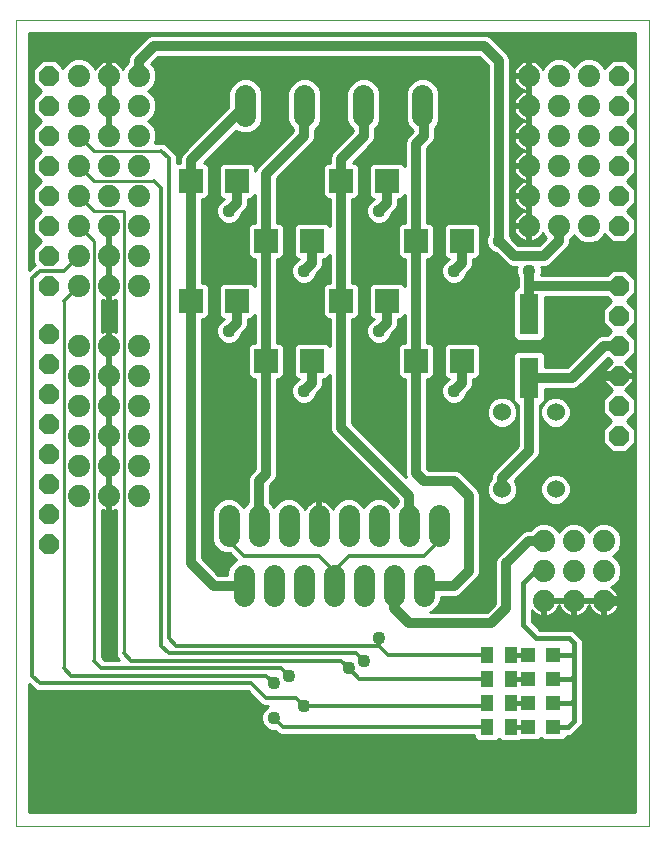
<source format=gtl>
G75*
%MOIN*%
%OFA0B0*%
%FSLAX24Y24*%
%IPPOS*%
%LPD*%
%AMOC8*
5,1,8,0,0,1.08239X$1,22.5*
%
%ADD10C,0.0000*%
%ADD11OC8,0.0660*%
%ADD12C,0.0709*%
%ADD13C,0.0705*%
%ADD14C,0.0740*%
%ADD15R,0.0630X0.1378*%
%ADD16R,0.0787X0.0787*%
%ADD17C,0.0600*%
%ADD18R,0.0472X0.0472*%
%ADD19R,0.0433X0.0551*%
%ADD20C,0.0320*%
%ADD21C,0.0100*%
%ADD22C,0.0436*%
%ADD23C,0.0120*%
%ADD24C,0.0160*%
D10*
X000150Y002700D02*
X000150Y029570D01*
X021242Y029570D01*
X021242Y002700D01*
X000150Y002700D01*
D11*
X001250Y012100D03*
X001250Y013100D03*
X001250Y014100D03*
X001250Y015100D03*
X001250Y016100D03*
X001250Y017100D03*
X001250Y018100D03*
X001250Y019100D03*
X001250Y020700D03*
X001250Y021700D03*
X001250Y022700D03*
X001250Y023700D03*
X001250Y024700D03*
X001250Y025700D03*
X001250Y026700D03*
X001250Y027700D03*
X020250Y027700D03*
X020250Y026700D03*
X020250Y025700D03*
X020250Y024700D03*
X020250Y023700D03*
X020250Y022700D03*
X020250Y020700D03*
X020250Y019700D03*
X020250Y018700D03*
X020250Y017700D03*
X020250Y016700D03*
X020250Y015700D03*
D12*
X014250Y013054D02*
X014250Y012346D01*
X013250Y012346D02*
X013250Y013054D01*
X012250Y013054D02*
X012250Y012346D01*
X011250Y012346D02*
X011250Y013054D01*
X010250Y013054D02*
X010250Y012346D01*
X009250Y012346D02*
X009250Y013054D01*
X008250Y013054D02*
X008250Y012346D01*
X007250Y012346D02*
X007250Y013054D01*
X007750Y011054D02*
X007750Y010346D01*
X008750Y010346D02*
X008750Y011054D01*
X009750Y011054D02*
X009750Y010346D01*
X010750Y010346D02*
X010750Y011054D01*
X011750Y011054D02*
X011750Y010346D01*
X012750Y010346D02*
X012750Y011054D01*
X013750Y011054D02*
X013750Y010346D01*
D13*
X013703Y026348D02*
X013703Y027053D01*
X011734Y027053D02*
X011734Y026348D01*
X009766Y026348D02*
X009766Y027053D01*
X007797Y027053D02*
X007797Y026348D01*
D14*
X004250Y026700D03*
X004250Y025700D03*
X004250Y024700D03*
X004250Y023700D03*
X004250Y022700D03*
X004250Y021700D03*
X004250Y020700D03*
X003250Y020700D03*
X003250Y021700D03*
X003250Y022700D03*
X003250Y023700D03*
X003250Y024700D03*
X003250Y025700D03*
X003250Y026700D03*
X003250Y027700D03*
X002250Y027700D03*
X002250Y026700D03*
X002250Y025700D03*
X002250Y024700D03*
X002250Y023700D03*
X002250Y022700D03*
X002250Y021700D03*
X002250Y020700D03*
X002250Y018700D03*
X002250Y017700D03*
X002250Y016700D03*
X002250Y015700D03*
X002250Y014700D03*
X002250Y013700D03*
X003250Y013700D03*
X003250Y014700D03*
X003250Y015700D03*
X003250Y016700D03*
X003250Y017700D03*
X003250Y018700D03*
X004250Y018700D03*
X004250Y017700D03*
X004250Y016700D03*
X004250Y015700D03*
X004250Y014700D03*
X004250Y013700D03*
X004250Y027700D03*
X017250Y027700D03*
X017250Y026700D03*
X017250Y025700D03*
X017250Y024700D03*
X017250Y023700D03*
X017250Y022700D03*
X018250Y022700D03*
X018250Y023700D03*
X018250Y024700D03*
X018250Y025700D03*
X018250Y026700D03*
X018250Y027700D03*
X019250Y027700D03*
X019250Y026700D03*
X019250Y025700D03*
X019250Y024700D03*
X019250Y023700D03*
X019250Y022700D03*
X018750Y012200D03*
X018750Y011200D03*
X018750Y010200D03*
X019750Y010200D03*
X019750Y011200D03*
X019750Y012200D03*
X017750Y012200D03*
X017750Y011200D03*
X017750Y010200D03*
D15*
X017250Y017637D03*
X017250Y019763D03*
D16*
X015014Y018200D03*
X013486Y018200D03*
X012514Y020200D03*
X010986Y020200D03*
X010014Y018200D03*
X008486Y018200D03*
X007514Y020200D03*
X005986Y020200D03*
X008486Y022200D03*
X007514Y024200D03*
X005986Y024200D03*
X010014Y022200D03*
X010986Y024200D03*
X012514Y024200D03*
X013486Y022200D03*
X015014Y022200D03*
D17*
X016360Y016480D03*
X018140Y016480D03*
X018140Y013920D03*
X016360Y013920D03*
D18*
X017237Y008400D03*
X017237Y007600D03*
X017237Y006800D03*
X017237Y006000D03*
X018063Y006000D03*
X018063Y006800D03*
X018063Y007600D03*
X018063Y008400D03*
D19*
X016644Y008400D03*
X016644Y007600D03*
X016644Y006800D03*
X016644Y006000D03*
X015856Y006000D03*
X015856Y006800D03*
X015856Y007600D03*
X015856Y008400D03*
D20*
X016000Y009450D02*
X016500Y009950D01*
X016500Y011450D01*
X017250Y012200D01*
X017750Y012200D01*
X016360Y013920D02*
X016360Y014310D01*
X017250Y015200D01*
X017250Y017637D01*
X018687Y017637D01*
X019750Y018700D01*
X020250Y018700D01*
X020250Y017700D02*
X019750Y017700D01*
X019250Y017200D01*
X019250Y013700D01*
X019750Y013200D01*
X020250Y013200D01*
X020550Y012900D01*
X020550Y010500D01*
X020250Y010200D01*
X019750Y010200D01*
X016000Y009450D02*
X013250Y009450D01*
X012750Y009950D01*
X012750Y010700D01*
X013750Y010700D02*
X014750Y010700D01*
X015250Y011200D01*
X015250Y013700D01*
X014750Y014200D01*
X013750Y014200D01*
X013486Y014464D01*
X013486Y018200D01*
X013486Y022200D01*
X013486Y025436D01*
X013750Y025700D01*
X013750Y026653D01*
X013703Y026700D01*
X011750Y026684D02*
X011750Y025700D01*
X010986Y024936D01*
X010986Y024200D01*
X010986Y020200D01*
X010986Y015964D01*
X013250Y013700D01*
X013250Y012700D01*
X014750Y017200D02*
X015014Y017464D01*
X015014Y018200D01*
X017250Y019763D02*
X017250Y020700D01*
X017250Y021200D01*
X017250Y020700D02*
X020250Y020700D01*
X018250Y022200D02*
X018250Y022700D01*
X018250Y022200D02*
X017750Y021700D01*
X016750Y021700D01*
X016250Y022200D01*
X016250Y028200D01*
X015750Y028700D01*
X004750Y028700D01*
X004250Y028200D01*
X004250Y027700D01*
X005986Y024889D02*
X007797Y026700D01*
X009750Y025700D02*
X008486Y024436D01*
X008486Y022200D01*
X008486Y018200D01*
X008486Y014436D01*
X008250Y014200D01*
X008250Y012700D01*
X007750Y010700D02*
X006750Y010700D01*
X005986Y011464D01*
X005986Y020200D01*
X005986Y024200D01*
X005986Y024889D01*
X007514Y023464D02*
X007250Y023200D01*
X007514Y023464D02*
X007514Y024200D01*
X009750Y025700D02*
X009750Y026684D01*
X009766Y026700D01*
X011734Y026700D02*
X011750Y026684D01*
X012514Y024200D02*
X012514Y023464D01*
X012250Y023200D01*
X010014Y022200D02*
X010014Y021464D01*
X009750Y021200D01*
X007514Y020200D02*
X007514Y019464D01*
X007250Y019200D01*
X009750Y017200D02*
X010014Y017464D01*
X010014Y018200D01*
X012250Y019200D02*
X012514Y019464D01*
X012514Y020200D01*
X014750Y021200D02*
X015014Y021464D01*
X015014Y022200D01*
D21*
X015617Y022203D02*
X015822Y022203D01*
X015822Y022285D02*
X015822Y022115D01*
X015887Y021958D01*
X016008Y021837D01*
X016147Y021780D01*
X016540Y021386D01*
X016676Y021330D01*
X016841Y021330D01*
X016822Y021285D01*
X016822Y021115D01*
X016880Y020975D01*
X016880Y020662D01*
X016848Y020662D01*
X016725Y020539D01*
X016725Y018987D01*
X016848Y018864D01*
X017652Y018864D01*
X017775Y018987D01*
X017775Y020330D01*
X019856Y020330D01*
X019986Y020200D01*
X019710Y019924D01*
X019710Y019476D01*
X019986Y019200D01*
X019856Y019070D01*
X019676Y019070D01*
X019540Y019014D01*
X019436Y018910D01*
X018534Y018007D01*
X017775Y018007D01*
X017775Y018413D01*
X017652Y018536D01*
X016848Y018536D01*
X016725Y018413D01*
X016725Y016861D01*
X016848Y016738D01*
X016880Y016738D01*
X016880Y015353D01*
X016046Y014520D01*
X015990Y014384D01*
X015990Y014271D01*
X015928Y014209D01*
X015850Y014021D01*
X015850Y013819D01*
X015928Y013631D01*
X016071Y013488D01*
X016259Y013410D01*
X016461Y013410D01*
X016649Y013488D01*
X016792Y013631D01*
X016870Y013819D01*
X016870Y014021D01*
X016792Y014209D01*
X016787Y014214D01*
X017460Y014886D01*
X017564Y014990D01*
X017620Y015126D01*
X017620Y016738D01*
X017652Y016738D01*
X017775Y016861D01*
X017775Y017267D01*
X018761Y017267D01*
X018897Y017323D01*
X019880Y018307D01*
X020026Y018160D01*
X020031Y018160D01*
X019770Y017899D01*
X019770Y017748D01*
X020202Y017748D01*
X020202Y017652D01*
X019770Y017652D01*
X019770Y017501D01*
X020031Y017240D01*
X020026Y017240D01*
X019710Y016924D01*
X019710Y016476D01*
X019986Y016200D01*
X019710Y015924D01*
X019710Y015476D01*
X020026Y015160D01*
X020474Y015160D01*
X020790Y015476D01*
X020790Y015924D01*
X020514Y016200D01*
X020790Y016476D01*
X020790Y016924D01*
X020474Y017240D01*
X020469Y017240D01*
X020730Y017501D01*
X020730Y017652D01*
X020298Y017652D01*
X020298Y017748D01*
X020730Y017748D01*
X020730Y017899D01*
X020469Y018160D01*
X020474Y018160D01*
X020790Y018476D01*
X020790Y018924D01*
X020514Y019200D01*
X020790Y019476D01*
X020790Y019924D01*
X020514Y020200D01*
X020790Y020476D01*
X020790Y020924D01*
X020474Y021240D01*
X020026Y021240D01*
X019856Y021070D01*
X017659Y021070D01*
X017678Y021115D01*
X017678Y021285D01*
X017659Y021330D01*
X017824Y021330D01*
X017960Y021386D01*
X018460Y021886D01*
X018564Y021990D01*
X018620Y022126D01*
X018620Y022250D01*
X018742Y022371D01*
X018750Y022391D01*
X018758Y022371D01*
X018921Y022208D01*
X019135Y022120D01*
X019365Y022120D01*
X019579Y022208D01*
X019742Y022371D01*
X019763Y022423D01*
X020026Y022160D01*
X020474Y022160D01*
X020790Y022476D01*
X020790Y022924D01*
X020514Y023200D01*
X020790Y023476D01*
X020790Y023924D01*
X020514Y024200D01*
X020790Y024476D01*
X020790Y024924D01*
X020514Y025200D01*
X020790Y025476D01*
X020790Y025924D01*
X020514Y026200D01*
X020790Y026476D01*
X020790Y026924D01*
X020514Y027200D01*
X020790Y027476D01*
X020790Y027924D01*
X020474Y028240D01*
X020026Y028240D01*
X019763Y027977D01*
X019742Y028029D01*
X019579Y028192D01*
X019365Y028280D01*
X019135Y028280D01*
X018921Y028192D01*
X018758Y028029D01*
X018750Y028009D01*
X018742Y028029D01*
X018579Y028192D01*
X018365Y028280D01*
X018135Y028280D01*
X017921Y028192D01*
X017758Y028029D01*
X017717Y027929D01*
X017695Y027973D01*
X017647Y028039D01*
X017589Y028097D01*
X017523Y028145D01*
X017450Y028182D01*
X017372Y028207D01*
X017300Y028219D01*
X017300Y027750D01*
X017200Y027750D01*
X017200Y028219D01*
X017128Y028207D01*
X017050Y028182D01*
X016977Y028145D01*
X016911Y028097D01*
X016853Y028039D01*
X016805Y027973D01*
X016768Y027900D01*
X016743Y027822D01*
X016731Y027750D01*
X017200Y027750D01*
X017200Y027650D01*
X016731Y027650D01*
X016743Y027578D01*
X016768Y027500D01*
X016805Y027427D01*
X016853Y027361D01*
X016911Y027303D01*
X016977Y027255D01*
X017050Y027218D01*
X017106Y027200D01*
X017050Y027182D01*
X016977Y027145D01*
X016911Y027097D01*
X016853Y027039D01*
X016805Y026973D01*
X016768Y026900D01*
X016743Y026822D01*
X016731Y026750D01*
X017200Y026750D01*
X017200Y027219D01*
X017200Y027650D01*
X017300Y027650D01*
X017300Y026750D01*
X017200Y026750D01*
X017200Y026650D01*
X017300Y026650D01*
X017300Y025750D01*
X017200Y025750D01*
X017200Y026181D01*
X017200Y026650D01*
X016731Y026650D01*
X016743Y026578D01*
X016768Y026500D01*
X016805Y026427D01*
X016853Y026361D01*
X016911Y026303D01*
X016977Y026255D01*
X017050Y026218D01*
X017106Y026200D01*
X017050Y026182D01*
X016977Y026145D01*
X016911Y026097D01*
X016853Y026039D01*
X016805Y025973D01*
X016768Y025900D01*
X016743Y025822D01*
X016731Y025750D01*
X017200Y025750D01*
X017200Y025650D01*
X016731Y025650D01*
X016743Y025578D01*
X016768Y025500D01*
X016805Y025427D01*
X016853Y025361D01*
X016911Y025303D01*
X016977Y025255D01*
X017050Y025218D01*
X017106Y025200D01*
X017050Y025182D01*
X016977Y025145D01*
X016911Y025097D01*
X016853Y025039D01*
X016805Y024973D01*
X016768Y024900D01*
X016743Y024822D01*
X016731Y024750D01*
X017200Y024750D01*
X017200Y025219D01*
X017200Y025650D01*
X017300Y025650D01*
X017300Y024750D01*
X017200Y024750D01*
X017200Y024650D01*
X017300Y024650D01*
X017300Y023750D01*
X017200Y023750D01*
X017200Y024219D01*
X017200Y024650D01*
X016731Y024650D01*
X016743Y024578D01*
X016768Y024500D01*
X016805Y024427D01*
X016853Y024361D01*
X016911Y024303D01*
X016977Y024255D01*
X017050Y024218D01*
X017106Y024200D01*
X017050Y024182D01*
X016977Y024145D01*
X016911Y024097D01*
X016853Y024039D01*
X016805Y023973D01*
X016768Y023900D01*
X016743Y023822D01*
X016731Y023750D01*
X017200Y023750D01*
X017200Y023650D01*
X016731Y023650D01*
X016743Y023578D01*
X016768Y023500D01*
X016805Y023427D01*
X016853Y023361D01*
X016911Y023303D01*
X016977Y023255D01*
X017050Y023218D01*
X017106Y023200D01*
X017050Y023182D01*
X016977Y023145D01*
X016911Y023097D01*
X016853Y023039D01*
X016805Y022973D01*
X016768Y022900D01*
X016743Y022822D01*
X016731Y022750D01*
X017200Y022750D01*
X017200Y023219D01*
X017200Y023650D01*
X017300Y023650D01*
X017300Y022750D01*
X017200Y022750D01*
X017200Y022650D01*
X017300Y022650D01*
X017300Y022181D01*
X017372Y022193D01*
X017450Y022218D01*
X017523Y022255D01*
X017589Y022303D01*
X017647Y022361D01*
X017695Y022427D01*
X017717Y022471D01*
X017758Y022371D01*
X017828Y022302D01*
X017586Y022302D01*
X017675Y022400D02*
X017746Y022400D01*
X017828Y022302D02*
X017597Y022070D01*
X016903Y022070D01*
X016670Y022303D01*
X016620Y022425D01*
X016620Y028274D01*
X016564Y028410D01*
X016460Y028514D01*
X015960Y029014D01*
X015824Y029070D01*
X004676Y029070D01*
X004540Y029014D01*
X004436Y028910D01*
X004436Y028910D01*
X004040Y028514D01*
X003936Y028410D01*
X003880Y028274D01*
X003880Y028150D01*
X003758Y028029D01*
X003717Y027929D01*
X003695Y027973D01*
X003647Y028039D01*
X003589Y028097D01*
X003523Y028145D01*
X003450Y028182D01*
X003372Y028207D01*
X003300Y028219D01*
X003300Y027750D01*
X003200Y027750D01*
X003200Y028219D01*
X003128Y028207D01*
X003050Y028182D01*
X002977Y028145D01*
X002911Y028097D01*
X002853Y028039D01*
X002805Y027973D01*
X002783Y027929D01*
X002742Y028029D01*
X002579Y028192D01*
X002365Y028280D01*
X002135Y028280D01*
X001921Y028192D01*
X001758Y028029D01*
X001737Y027977D01*
X001474Y028240D01*
X001026Y028240D01*
X000710Y027924D01*
X000710Y027476D01*
X000986Y027200D01*
X000710Y026924D01*
X000710Y026476D01*
X000986Y026200D01*
X000710Y025924D01*
X000710Y025476D01*
X000986Y025200D01*
X000710Y024924D01*
X000710Y024476D01*
X000986Y024200D01*
X000710Y023924D01*
X000710Y023476D01*
X000986Y023200D01*
X000710Y022924D01*
X000710Y022476D01*
X000986Y022200D01*
X000710Y021924D01*
X000710Y021476D01*
X000777Y021409D01*
X000600Y021232D01*
X000600Y029120D01*
X020792Y029120D01*
X020792Y003150D01*
X000600Y003150D01*
X000600Y007418D01*
X000721Y007297D01*
X000797Y007221D01*
X000896Y007180D01*
X007888Y007180D01*
X008271Y006797D01*
X008347Y006721D01*
X008446Y006680D01*
X008550Y006680D01*
X008508Y006663D01*
X008387Y006542D01*
X008322Y006385D01*
X008322Y006215D01*
X008387Y006058D01*
X008508Y005937D01*
X008665Y005872D01*
X008796Y005872D01*
X008897Y005771D01*
X008996Y005730D01*
X015430Y005730D01*
X015430Y005637D01*
X015553Y005514D01*
X016160Y005514D01*
X016250Y005605D01*
X016340Y005514D01*
X016947Y005514D01*
X016987Y005554D01*
X017560Y005554D01*
X017650Y005644D01*
X017740Y005554D01*
X018387Y005554D01*
X018510Y005677D01*
X018510Y005710D01*
X018608Y005710D01*
X018714Y005754D01*
X018796Y005836D01*
X018914Y005954D01*
X018996Y006036D01*
X019040Y006142D01*
X019040Y008858D01*
X018996Y008964D01*
X018764Y009196D01*
X018658Y009240D01*
X017620Y009240D01*
X017340Y009520D01*
X017340Y009880D01*
X017353Y009861D01*
X017411Y009803D01*
X017477Y009755D01*
X017550Y009718D01*
X017628Y009693D01*
X017700Y009681D01*
X017700Y010150D01*
X017800Y010150D01*
X017800Y010250D01*
X018700Y010250D01*
X018700Y010150D01*
X018231Y010150D01*
X017800Y010150D01*
X017800Y009681D01*
X017872Y009693D01*
X017950Y009718D01*
X018023Y009755D01*
X018089Y009803D01*
X018147Y009861D01*
X018195Y009927D01*
X018232Y010000D01*
X018250Y010056D01*
X018268Y010000D01*
X018305Y009927D01*
X018353Y009861D01*
X018411Y009803D01*
X018477Y009755D01*
X018550Y009718D01*
X018628Y009693D01*
X018700Y009681D01*
X018700Y010150D01*
X018800Y010150D01*
X018800Y010250D01*
X019700Y010250D01*
X019700Y010150D01*
X019231Y010150D01*
X018800Y010150D01*
X018800Y009681D01*
X018872Y009693D01*
X018950Y009718D01*
X019023Y009755D01*
X019089Y009803D01*
X019147Y009861D01*
X019195Y009927D01*
X019232Y010000D01*
X019250Y010056D01*
X019268Y010000D01*
X019305Y009927D01*
X019353Y009861D01*
X019411Y009803D01*
X019477Y009755D01*
X019550Y009718D01*
X019628Y009693D01*
X019700Y009681D01*
X019700Y010150D01*
X019800Y010150D01*
X019800Y010250D01*
X020269Y010250D01*
X020257Y010322D01*
X020232Y010400D01*
X020195Y010473D01*
X020147Y010539D01*
X020089Y010597D01*
X020023Y010645D01*
X019979Y010667D01*
X020079Y010708D01*
X020242Y010871D01*
X020330Y011085D01*
X020330Y011315D01*
X020242Y011529D01*
X020079Y011692D01*
X020059Y011700D01*
X020079Y011708D01*
X020242Y011871D01*
X020330Y012085D01*
X020330Y012315D01*
X020242Y012529D01*
X020079Y012692D01*
X019865Y012780D01*
X019635Y012780D01*
X019421Y012692D01*
X019258Y012529D01*
X019250Y012509D01*
X019242Y012529D01*
X019079Y012692D01*
X018865Y012780D01*
X018635Y012780D01*
X018421Y012692D01*
X018258Y012529D01*
X018250Y012509D01*
X018242Y012529D01*
X018079Y012692D01*
X017865Y012780D01*
X017635Y012780D01*
X017421Y012692D01*
X017300Y012570D01*
X017176Y012570D01*
X017040Y012514D01*
X016936Y012410D01*
X016186Y011660D01*
X016130Y011524D01*
X016130Y010103D01*
X015847Y009820D01*
X013956Y009820D01*
X014070Y009867D01*
X014228Y010026D01*
X014314Y010233D01*
X014314Y010330D01*
X014824Y010330D01*
X014960Y010386D01*
X015064Y010490D01*
X015564Y010990D01*
X015620Y011126D01*
X015620Y013774D01*
X015564Y013910D01*
X015460Y014014D01*
X014960Y014514D01*
X014824Y014570D01*
X013903Y014570D01*
X013856Y014617D01*
X013856Y017596D01*
X013967Y017596D01*
X014090Y017719D01*
X014090Y018681D01*
X013967Y018804D01*
X013856Y018804D01*
X013856Y021596D01*
X013967Y021596D01*
X014090Y021719D01*
X014090Y022681D01*
X013967Y022804D01*
X013856Y022804D01*
X013856Y025283D01*
X013960Y025386D01*
X014064Y025490D01*
X014120Y025626D01*
X014120Y025969D01*
X014180Y026029D01*
X014265Y026236D01*
X014265Y027164D01*
X014180Y027371D01*
X014021Y027529D01*
X013815Y027615D01*
X013591Y027615D01*
X013384Y027529D01*
X013226Y027371D01*
X013140Y027164D01*
X013140Y026236D01*
X013226Y026029D01*
X013380Y025875D01*
X013380Y025853D01*
X013173Y025646D01*
X013116Y025510D01*
X013116Y024682D01*
X012994Y024804D01*
X012033Y024804D01*
X011910Y024681D01*
X011910Y023719D01*
X012033Y023596D01*
X012089Y023596D01*
X012008Y023563D01*
X011887Y023442D01*
X011822Y023285D01*
X011822Y023115D01*
X011887Y022958D01*
X012008Y022837D01*
X012165Y022772D01*
X012335Y022772D01*
X012492Y022837D01*
X012613Y022958D01*
X012670Y023097D01*
X012827Y023254D01*
X012884Y023390D01*
X012884Y023596D01*
X012994Y023596D01*
X013116Y023718D01*
X013116Y022804D01*
X013006Y022804D01*
X012883Y022681D01*
X012883Y021719D01*
X013006Y021596D01*
X013116Y021596D01*
X013116Y020682D01*
X012994Y020804D01*
X012033Y020804D01*
X011910Y020681D01*
X011910Y019719D01*
X012033Y019596D01*
X012089Y019596D01*
X012008Y019563D01*
X011887Y019442D01*
X011822Y019285D01*
X011822Y019115D01*
X011887Y018958D01*
X012008Y018837D01*
X012165Y018772D01*
X012335Y018772D01*
X012492Y018837D01*
X012613Y018958D01*
X012670Y019097D01*
X012827Y019254D01*
X012884Y019390D01*
X012884Y019596D01*
X012994Y019596D01*
X013116Y019718D01*
X013116Y018804D01*
X013006Y018804D01*
X012883Y018681D01*
X012883Y017719D01*
X013006Y017596D01*
X013116Y017596D01*
X013116Y014390D01*
X013140Y014334D01*
X011356Y016117D01*
X011356Y019596D01*
X011467Y019596D01*
X011590Y019719D01*
X011590Y020681D01*
X011467Y020804D01*
X011356Y020804D01*
X011356Y023596D01*
X011467Y023596D01*
X011590Y023719D01*
X011590Y024681D01*
X011467Y024804D01*
X011377Y024804D01*
X011960Y025386D01*
X012064Y025490D01*
X012120Y025626D01*
X012120Y025938D01*
X012211Y026029D01*
X012297Y026236D01*
X012297Y027164D01*
X012211Y027371D01*
X012053Y027529D01*
X011846Y027615D01*
X011622Y027615D01*
X011416Y027529D01*
X011257Y027371D01*
X011172Y027164D01*
X011172Y026236D01*
X011257Y026029D01*
X011380Y025906D01*
X011380Y025853D01*
X010673Y025146D01*
X010616Y025010D01*
X010616Y024804D01*
X010506Y024804D01*
X010383Y024681D01*
X010383Y023719D01*
X010506Y023596D01*
X010616Y023596D01*
X010616Y022682D01*
X010494Y022804D01*
X009533Y022804D01*
X009410Y022681D01*
X009410Y021719D01*
X009533Y021596D01*
X009589Y021596D01*
X009508Y021563D01*
X009387Y021442D01*
X009322Y021285D01*
X009322Y021115D01*
X009387Y020958D01*
X009508Y020837D01*
X009665Y020772D01*
X009835Y020772D01*
X009992Y020837D01*
X010113Y020958D01*
X010170Y021097D01*
X010327Y021254D01*
X010384Y021390D01*
X010384Y021596D01*
X010494Y021596D01*
X010616Y021718D01*
X010616Y020804D01*
X010506Y020804D01*
X010383Y020681D01*
X010383Y019719D01*
X010506Y019596D01*
X010616Y019596D01*
X010616Y018682D01*
X010494Y018804D01*
X009533Y018804D01*
X009410Y018681D01*
X009410Y017719D01*
X009533Y017596D01*
X009589Y017596D01*
X009508Y017563D01*
X009387Y017442D01*
X009322Y017285D01*
X009322Y017115D01*
X009387Y016958D01*
X009508Y016837D01*
X009665Y016772D01*
X009835Y016772D01*
X009992Y016837D01*
X010113Y016958D01*
X010170Y017097D01*
X010327Y017254D01*
X010384Y017390D01*
X010384Y017596D01*
X010494Y017596D01*
X010616Y017718D01*
X010616Y015890D01*
X010673Y015754D01*
X012880Y013547D01*
X012880Y013482D01*
X012772Y013374D01*
X012750Y013322D01*
X012728Y013374D01*
X012570Y013533D01*
X012362Y013619D01*
X012138Y013619D01*
X011930Y013533D01*
X011772Y013374D01*
X011750Y013322D01*
X011728Y013374D01*
X011570Y013533D01*
X011362Y013619D01*
X011138Y013619D01*
X010930Y013533D01*
X010772Y013374D01*
X010718Y013245D01*
X010717Y013248D01*
X010681Y013319D01*
X010635Y013383D01*
X010579Y013439D01*
X010514Y013486D01*
X010444Y013522D01*
X010368Y013546D01*
X010300Y013557D01*
X010300Y012750D01*
X010200Y012750D01*
X010200Y013557D01*
X010132Y013546D01*
X010056Y013522D01*
X009986Y013486D01*
X009921Y013439D01*
X009865Y013383D01*
X009819Y013319D01*
X009783Y013248D01*
X009782Y013245D01*
X009728Y013374D01*
X009570Y013533D01*
X009362Y013619D01*
X009138Y013619D01*
X008930Y013533D01*
X008772Y013374D01*
X008750Y013322D01*
X008728Y013374D01*
X008620Y013482D01*
X008620Y014047D01*
X008800Y014227D01*
X008856Y014363D01*
X008856Y017596D01*
X008967Y017596D01*
X009090Y017719D01*
X009090Y018681D01*
X008967Y018804D01*
X008856Y018804D01*
X008856Y021596D01*
X008967Y021596D01*
X009090Y021719D01*
X009090Y022681D01*
X008967Y022804D01*
X008856Y022804D01*
X008856Y024283D01*
X009960Y025386D01*
X010064Y025490D01*
X010120Y025626D01*
X010120Y025906D01*
X010243Y026029D01*
X010328Y026236D01*
X010328Y027164D01*
X010243Y027371D01*
X010084Y027529D01*
X009878Y027615D01*
X009654Y027615D01*
X009447Y027529D01*
X009289Y027371D01*
X009203Y027164D01*
X009203Y026236D01*
X009289Y026029D01*
X009380Y025938D01*
X009380Y025853D01*
X008173Y024646D01*
X008117Y024513D01*
X008117Y024681D01*
X007994Y024804D01*
X007033Y024804D01*
X006910Y024681D01*
X006910Y023719D01*
X007033Y023596D01*
X007089Y023596D01*
X007008Y023563D01*
X006887Y023442D01*
X006822Y023285D01*
X006822Y023115D01*
X006887Y022958D01*
X007008Y022837D01*
X007165Y022772D01*
X007335Y022772D01*
X007492Y022837D01*
X007613Y022958D01*
X007670Y023097D01*
X007827Y023254D01*
X007884Y023390D01*
X007884Y023596D01*
X007994Y023596D01*
X008116Y023718D01*
X008116Y022804D01*
X008006Y022804D01*
X007883Y022681D01*
X007883Y021719D01*
X008006Y021596D01*
X008116Y021596D01*
X008116Y020682D01*
X007994Y020804D01*
X007033Y020804D01*
X006910Y020681D01*
X006910Y019719D01*
X007033Y019596D01*
X007089Y019596D01*
X007008Y019563D01*
X006887Y019442D01*
X006822Y019285D01*
X006822Y019115D01*
X006887Y018958D01*
X007008Y018837D01*
X007165Y018772D01*
X007335Y018772D01*
X007492Y018837D01*
X007613Y018958D01*
X007670Y019097D01*
X007827Y019254D01*
X007884Y019390D01*
X007884Y019596D01*
X007994Y019596D01*
X008116Y019718D01*
X008116Y018804D01*
X008006Y018804D01*
X007883Y018681D01*
X007883Y017719D01*
X008006Y017596D01*
X008116Y017596D01*
X008116Y014589D01*
X008040Y014514D01*
X007936Y014410D01*
X007880Y014274D01*
X007880Y013482D01*
X007772Y013374D01*
X007750Y013322D01*
X007728Y013374D01*
X007570Y013533D01*
X007362Y013619D01*
X007138Y013619D01*
X006930Y013533D01*
X006772Y013374D01*
X006686Y013167D01*
X006686Y012233D01*
X006772Y012026D01*
X006930Y011867D01*
X007138Y011781D01*
X007287Y011781D01*
X007505Y011564D01*
X007430Y011533D01*
X007272Y011374D01*
X007186Y011167D01*
X007186Y011070D01*
X006903Y011070D01*
X006356Y011617D01*
X006356Y019596D01*
X006467Y019596D01*
X006590Y019719D01*
X006590Y020681D01*
X006467Y020804D01*
X006356Y020804D01*
X006356Y023596D01*
X006467Y023596D01*
X006590Y023719D01*
X006590Y024681D01*
X006467Y024804D01*
X006424Y024804D01*
X007487Y025867D01*
X007685Y025785D01*
X007909Y025785D01*
X008116Y025871D01*
X008274Y026029D01*
X008360Y026236D01*
X008360Y027164D01*
X008274Y027371D01*
X008116Y027529D01*
X007909Y027615D01*
X007685Y027615D01*
X007479Y027529D01*
X007320Y027371D01*
X007235Y027164D01*
X007235Y026661D01*
X005673Y025099D01*
X005616Y024963D01*
X005616Y024804D01*
X005520Y024804D01*
X005520Y025004D01*
X005479Y025103D01*
X005403Y025179D01*
X005153Y025429D01*
X005054Y025470D01*
X004946Y025470D01*
X004922Y025460D01*
X004778Y025460D01*
X004830Y025585D01*
X004830Y025815D01*
X004742Y026029D01*
X004579Y026192D01*
X004559Y026200D01*
X004579Y026208D01*
X004742Y026371D01*
X004830Y026585D01*
X004830Y026815D01*
X004742Y027029D01*
X004579Y027192D01*
X004559Y027200D01*
X004579Y027208D01*
X004742Y027371D01*
X004830Y027585D01*
X004830Y027815D01*
X004742Y028029D01*
X004672Y028098D01*
X004903Y028330D01*
X015597Y028330D01*
X015880Y028047D01*
X015880Y022425D01*
X015822Y022285D01*
X015829Y022302D02*
X015617Y022302D01*
X015617Y022400D02*
X015870Y022400D01*
X015880Y022499D02*
X015617Y022499D01*
X015617Y022597D02*
X015880Y022597D01*
X015880Y022696D02*
X015603Y022696D01*
X015617Y022681D02*
X015494Y022804D01*
X014533Y022804D01*
X014410Y022681D01*
X014410Y021719D01*
X014533Y021596D01*
X014589Y021596D01*
X014508Y021563D01*
X014387Y021442D01*
X014322Y021285D01*
X014322Y021115D01*
X014387Y020958D01*
X014508Y020837D01*
X014665Y020772D01*
X014835Y020772D01*
X014992Y020837D01*
X015113Y020958D01*
X015170Y021097D01*
X015327Y021254D01*
X015384Y021390D01*
X015384Y021596D01*
X015494Y021596D01*
X015617Y021719D01*
X015617Y022681D01*
X015504Y022794D02*
X015880Y022794D01*
X015880Y022893D02*
X013856Y022893D01*
X013856Y022991D02*
X015880Y022991D01*
X015880Y023090D02*
X013856Y023090D01*
X013856Y023188D02*
X015880Y023188D01*
X015880Y023287D02*
X013856Y023287D01*
X013856Y023385D02*
X015880Y023385D01*
X015880Y023484D02*
X013856Y023484D01*
X013856Y023582D02*
X015880Y023582D01*
X015880Y023681D02*
X013856Y023681D01*
X013856Y023779D02*
X015880Y023779D01*
X015880Y023878D02*
X013856Y023878D01*
X013856Y023976D02*
X015880Y023976D01*
X015880Y024075D02*
X013856Y024075D01*
X013856Y024173D02*
X015880Y024173D01*
X015880Y024272D02*
X013856Y024272D01*
X013856Y024370D02*
X015880Y024370D01*
X015880Y024469D02*
X013856Y024469D01*
X013856Y024567D02*
X015880Y024567D01*
X015880Y024666D02*
X013856Y024666D01*
X013856Y024764D02*
X015880Y024764D01*
X015880Y024863D02*
X013856Y024863D01*
X013856Y024961D02*
X015880Y024961D01*
X015880Y025060D02*
X013856Y025060D01*
X013856Y025158D02*
X015880Y025158D01*
X015880Y025257D02*
X013856Y025257D01*
X013928Y025355D02*
X015880Y025355D01*
X015880Y025454D02*
X014027Y025454D01*
X014089Y025552D02*
X015880Y025552D01*
X015880Y025651D02*
X014120Y025651D01*
X014120Y025749D02*
X015880Y025749D01*
X015880Y025848D02*
X014120Y025848D01*
X014120Y025946D02*
X015880Y025946D01*
X015880Y026045D02*
X014186Y026045D01*
X014227Y026143D02*
X015880Y026143D01*
X015880Y026242D02*
X014265Y026242D01*
X014265Y026340D02*
X015880Y026340D01*
X015880Y026439D02*
X014265Y026439D01*
X014265Y026537D02*
X015880Y026537D01*
X015880Y026636D02*
X014265Y026636D01*
X014265Y026734D02*
X015880Y026734D01*
X015880Y026833D02*
X014265Y026833D01*
X014265Y026931D02*
X015880Y026931D01*
X015880Y027030D02*
X014265Y027030D01*
X014265Y027128D02*
X015880Y027128D01*
X015880Y027227D02*
X014240Y027227D01*
X014199Y027325D02*
X015880Y027325D01*
X015880Y027424D02*
X014127Y027424D01*
X014029Y027522D02*
X015880Y027522D01*
X015880Y027621D02*
X004830Y027621D01*
X004830Y027719D02*
X015880Y027719D01*
X015880Y027818D02*
X004829Y027818D01*
X004788Y027916D02*
X015880Y027916D01*
X015880Y028015D02*
X004747Y028015D01*
X004686Y028113D02*
X015814Y028113D01*
X015715Y028212D02*
X004785Y028212D01*
X004883Y028310D02*
X015617Y028310D01*
X016072Y028901D02*
X020792Y028901D01*
X020792Y028803D02*
X016171Y028803D01*
X016269Y028704D02*
X020792Y028704D01*
X020792Y028606D02*
X016368Y028606D01*
X016466Y028507D02*
X020792Y028507D01*
X020792Y028409D02*
X016564Y028409D01*
X016605Y028310D02*
X020792Y028310D01*
X020792Y028212D02*
X020502Y028212D01*
X020601Y028113D02*
X020792Y028113D01*
X020792Y028015D02*
X020699Y028015D01*
X020790Y027916D02*
X020792Y027916D01*
X020790Y027818D02*
X020792Y027818D01*
X020790Y027719D02*
X020792Y027719D01*
X020790Y027621D02*
X020792Y027621D01*
X020790Y027522D02*
X020792Y027522D01*
X020792Y027424D02*
X020737Y027424D01*
X020792Y027325D02*
X020639Y027325D01*
X020540Y027227D02*
X020792Y027227D01*
X020792Y027128D02*
X020586Y027128D01*
X020684Y027030D02*
X020792Y027030D01*
X020783Y026931D02*
X020792Y026931D01*
X020790Y026833D02*
X020792Y026833D01*
X020790Y026734D02*
X020792Y026734D01*
X020790Y026636D02*
X020792Y026636D01*
X020790Y026537D02*
X020792Y026537D01*
X020792Y026439D02*
X020752Y026439D01*
X020792Y026340D02*
X020654Y026340D01*
X020555Y026242D02*
X020792Y026242D01*
X020792Y026143D02*
X020571Y026143D01*
X020669Y026045D02*
X020792Y026045D01*
X020792Y025946D02*
X020768Y025946D01*
X020790Y025848D02*
X020792Y025848D01*
X020790Y025749D02*
X020792Y025749D01*
X020790Y025651D02*
X020792Y025651D01*
X020790Y025552D02*
X020792Y025552D01*
X020792Y025454D02*
X020767Y025454D01*
X020792Y025355D02*
X020669Y025355D01*
X020570Y025257D02*
X020792Y025257D01*
X020792Y025158D02*
X020556Y025158D01*
X020654Y025060D02*
X020792Y025060D01*
X020792Y024961D02*
X020753Y024961D01*
X020790Y024863D02*
X020792Y024863D01*
X020790Y024764D02*
X020792Y024764D01*
X020790Y024666D02*
X020792Y024666D01*
X020790Y024567D02*
X020792Y024567D01*
X020782Y024469D02*
X020792Y024469D01*
X020792Y024370D02*
X020684Y024370D01*
X020585Y024272D02*
X020792Y024272D01*
X020792Y024173D02*
X020541Y024173D01*
X020639Y024075D02*
X020792Y024075D01*
X020792Y023976D02*
X020738Y023976D01*
X020790Y023878D02*
X020792Y023878D01*
X020790Y023779D02*
X020792Y023779D01*
X020790Y023681D02*
X020792Y023681D01*
X020790Y023582D02*
X020792Y023582D01*
X020790Y023484D02*
X020792Y023484D01*
X020792Y023385D02*
X020699Y023385D01*
X020792Y023287D02*
X020600Y023287D01*
X020526Y023188D02*
X020792Y023188D01*
X020792Y023090D02*
X020624Y023090D01*
X020723Y022991D02*
X020792Y022991D01*
X020790Y022893D02*
X020792Y022893D01*
X020790Y022794D02*
X020792Y022794D01*
X020790Y022696D02*
X020792Y022696D01*
X020790Y022597D02*
X020792Y022597D01*
X020790Y022499D02*
X020792Y022499D01*
X020792Y022400D02*
X020714Y022400D01*
X020792Y022302D02*
X020615Y022302D01*
X020517Y022203D02*
X020792Y022203D01*
X020792Y022105D02*
X018611Y022105D01*
X018620Y022203D02*
X018934Y022203D01*
X018828Y022302D02*
X018672Y022302D01*
X018570Y022006D02*
X020792Y022006D01*
X020792Y021908D02*
X018481Y021908D01*
X018382Y021809D02*
X020792Y021809D01*
X020792Y021711D02*
X018284Y021711D01*
X018185Y021612D02*
X020792Y021612D01*
X020792Y021514D02*
X018087Y021514D01*
X017988Y021415D02*
X020792Y021415D01*
X020792Y021317D02*
X017665Y021317D01*
X017678Y021218D02*
X020004Y021218D01*
X019906Y021120D02*
X017678Y021120D01*
X017775Y020233D02*
X019953Y020233D01*
X019921Y020135D02*
X017775Y020135D01*
X017775Y020036D02*
X019822Y020036D01*
X019724Y019938D02*
X017775Y019938D01*
X017775Y019839D02*
X019710Y019839D01*
X019710Y019741D02*
X017775Y019741D01*
X017775Y019642D02*
X019710Y019642D01*
X019710Y019544D02*
X017775Y019544D01*
X017775Y019445D02*
X019741Y019445D01*
X019840Y019347D02*
X017775Y019347D01*
X017775Y019248D02*
X019938Y019248D01*
X019936Y019150D02*
X017775Y019150D01*
X017775Y019051D02*
X019631Y019051D01*
X019479Y018953D02*
X017740Y018953D01*
X017728Y018460D02*
X018987Y018460D01*
X019085Y018559D02*
X015617Y018559D01*
X015617Y018657D02*
X019184Y018657D01*
X019282Y018756D02*
X015543Y018756D01*
X015494Y018804D02*
X014533Y018804D01*
X014410Y018681D01*
X014410Y017719D01*
X014533Y017596D01*
X014589Y017596D01*
X014508Y017563D01*
X014387Y017442D01*
X014322Y017285D01*
X014322Y017115D01*
X014387Y016958D01*
X014508Y016837D01*
X014665Y016772D01*
X014835Y016772D01*
X014992Y016837D01*
X015113Y016958D01*
X015170Y017097D01*
X015327Y017254D01*
X015384Y017390D01*
X015384Y017596D01*
X015494Y017596D01*
X015617Y017719D01*
X015617Y018681D01*
X015494Y018804D01*
X015617Y018460D02*
X016772Y018460D01*
X016725Y018362D02*
X015617Y018362D01*
X015617Y018263D02*
X016725Y018263D01*
X016725Y018165D02*
X015617Y018165D01*
X015617Y018066D02*
X016725Y018066D01*
X016725Y017968D02*
X015617Y017968D01*
X015617Y017869D02*
X016725Y017869D01*
X016725Y017771D02*
X015617Y017771D01*
X015570Y017672D02*
X016725Y017672D01*
X016725Y017574D02*
X015384Y017574D01*
X015384Y017475D02*
X016725Y017475D01*
X016725Y017377D02*
X015378Y017377D01*
X015337Y017278D02*
X016725Y017278D01*
X016725Y017180D02*
X015253Y017180D01*
X015164Y017081D02*
X016725Y017081D01*
X016725Y016983D02*
X016479Y016983D01*
X016461Y016990D02*
X016259Y016990D01*
X016071Y016912D01*
X015928Y016769D01*
X015850Y016581D01*
X015850Y016379D01*
X015928Y016191D01*
X016071Y016048D01*
X016259Y015970D01*
X016461Y015970D01*
X016649Y016048D01*
X016792Y016191D01*
X016870Y016379D01*
X016870Y016581D01*
X016792Y016769D01*
X016649Y016912D01*
X016461Y016990D01*
X016241Y016983D02*
X015123Y016983D01*
X015039Y016884D02*
X016043Y016884D01*
X015944Y016786D02*
X014867Y016786D01*
X014633Y016786D02*
X013856Y016786D01*
X013856Y016884D02*
X014461Y016884D01*
X014377Y016983D02*
X013856Y016983D01*
X013856Y017081D02*
X014336Y017081D01*
X014322Y017180D02*
X013856Y017180D01*
X013856Y017278D02*
X014322Y017278D01*
X014360Y017377D02*
X013856Y017377D01*
X013856Y017475D02*
X014420Y017475D01*
X014534Y017574D02*
X013856Y017574D01*
X014043Y017672D02*
X014457Y017672D01*
X014410Y017771D02*
X014090Y017771D01*
X014090Y017869D02*
X014410Y017869D01*
X014410Y017968D02*
X014090Y017968D01*
X014090Y018066D02*
X014410Y018066D01*
X014410Y018165D02*
X014090Y018165D01*
X014090Y018263D02*
X014410Y018263D01*
X014410Y018362D02*
X014090Y018362D01*
X014090Y018460D02*
X014410Y018460D01*
X014410Y018559D02*
X014090Y018559D01*
X014090Y018657D02*
X014410Y018657D01*
X014485Y018756D02*
X014015Y018756D01*
X013856Y018854D02*
X019381Y018854D01*
X019836Y018263D02*
X019923Y018263D01*
X020022Y018165D02*
X019738Y018165D01*
X019639Y018066D02*
X019937Y018066D01*
X019839Y017968D02*
X019541Y017968D01*
X019442Y017869D02*
X019770Y017869D01*
X019770Y017771D02*
X019344Y017771D01*
X019245Y017672D02*
X020202Y017672D01*
X020298Y017672D02*
X020792Y017672D01*
X020792Y017574D02*
X020730Y017574D01*
X020704Y017475D02*
X020792Y017475D01*
X020792Y017377D02*
X020605Y017377D01*
X020507Y017278D02*
X020792Y017278D01*
X020792Y017180D02*
X020534Y017180D01*
X020633Y017081D02*
X020792Y017081D01*
X020792Y016983D02*
X020731Y016983D01*
X020790Y016884D02*
X020792Y016884D01*
X020790Y016786D02*
X020792Y016786D01*
X020790Y016687D02*
X020792Y016687D01*
X020790Y016589D02*
X020792Y016589D01*
X020790Y016490D02*
X020792Y016490D01*
X020792Y016392D02*
X020705Y016392D01*
X020792Y016293D02*
X020607Y016293D01*
X020519Y016195D02*
X020792Y016195D01*
X020792Y016096D02*
X020618Y016096D01*
X020716Y015998D02*
X020792Y015998D01*
X020790Y015899D02*
X020792Y015899D01*
X020790Y015801D02*
X020792Y015801D01*
X020790Y015702D02*
X020792Y015702D01*
X020790Y015604D02*
X020792Y015604D01*
X020790Y015505D02*
X020792Y015505D01*
X020792Y015407D02*
X020720Y015407D01*
X020792Y015308D02*
X020622Y015308D01*
X020523Y015210D02*
X020792Y015210D01*
X020792Y015111D02*
X017614Y015111D01*
X017620Y015210D02*
X019977Y015210D01*
X019878Y015308D02*
X017620Y015308D01*
X017620Y015407D02*
X019780Y015407D01*
X019710Y015505D02*
X017620Y015505D01*
X017620Y015604D02*
X019710Y015604D01*
X019710Y015702D02*
X017620Y015702D01*
X017620Y015801D02*
X019710Y015801D01*
X019710Y015899D02*
X017620Y015899D01*
X017620Y015998D02*
X017972Y015998D01*
X018039Y015970D02*
X018241Y015970D01*
X018429Y016048D01*
X018572Y016191D01*
X018650Y016379D01*
X018650Y016581D01*
X018572Y016769D01*
X018429Y016912D01*
X018241Y016990D01*
X018039Y016990D01*
X017851Y016912D01*
X017708Y016769D01*
X017630Y016581D01*
X017630Y016379D01*
X017708Y016191D01*
X017851Y016048D01*
X018039Y015970D01*
X017803Y016096D02*
X017620Y016096D01*
X017620Y016195D02*
X017706Y016195D01*
X017665Y016293D02*
X017620Y016293D01*
X017620Y016392D02*
X017630Y016392D01*
X017620Y016490D02*
X017630Y016490D01*
X017620Y016589D02*
X017633Y016589D01*
X017620Y016687D02*
X017674Y016687D01*
X017699Y016786D02*
X017724Y016786D01*
X017775Y016884D02*
X017823Y016884D01*
X017775Y016983D02*
X018021Y016983D01*
X018259Y016983D02*
X019769Y016983D01*
X019710Y016884D02*
X018457Y016884D01*
X018556Y016786D02*
X019710Y016786D01*
X019710Y016687D02*
X018606Y016687D01*
X018647Y016589D02*
X019710Y016589D01*
X019710Y016490D02*
X018650Y016490D01*
X018650Y016392D02*
X019795Y016392D01*
X019893Y016293D02*
X018615Y016293D01*
X018574Y016195D02*
X019981Y016195D01*
X019882Y016096D02*
X018477Y016096D01*
X018308Y015998D02*
X019784Y015998D01*
X019867Y017081D02*
X017775Y017081D01*
X017775Y017180D02*
X019966Y017180D01*
X019993Y017278D02*
X018787Y017278D01*
X018950Y017377D02*
X019895Y017377D01*
X019796Y017475D02*
X019048Y017475D01*
X019147Y017574D02*
X019770Y017574D01*
X020478Y018165D02*
X020792Y018165D01*
X020792Y018263D02*
X020577Y018263D01*
X020675Y018362D02*
X020792Y018362D01*
X020792Y018460D02*
X020774Y018460D01*
X020790Y018559D02*
X020792Y018559D01*
X020790Y018657D02*
X020792Y018657D01*
X020790Y018756D02*
X020792Y018756D01*
X020790Y018854D02*
X020792Y018854D01*
X020792Y018953D02*
X020761Y018953D01*
X020792Y019051D02*
X020663Y019051D01*
X020564Y019150D02*
X020792Y019150D01*
X020792Y019248D02*
X020562Y019248D01*
X020660Y019347D02*
X020792Y019347D01*
X020792Y019445D02*
X020759Y019445D01*
X020790Y019544D02*
X020792Y019544D01*
X020790Y019642D02*
X020792Y019642D01*
X020790Y019741D02*
X020792Y019741D01*
X020790Y019839D02*
X020792Y019839D01*
X020792Y019938D02*
X020776Y019938D01*
X020792Y020036D02*
X020678Y020036D01*
X020579Y020135D02*
X020792Y020135D01*
X020792Y020233D02*
X020547Y020233D01*
X020645Y020332D02*
X020792Y020332D01*
X020792Y020430D02*
X020744Y020430D01*
X020790Y020529D02*
X020792Y020529D01*
X020790Y020627D02*
X020792Y020627D01*
X020790Y020726D02*
X020792Y020726D01*
X020790Y020824D02*
X020792Y020824D01*
X020790Y020923D02*
X020792Y020923D01*
X020792Y021021D02*
X020693Y021021D01*
X020594Y021120D02*
X020792Y021120D01*
X020792Y021218D02*
X020496Y021218D01*
X019983Y022203D02*
X019566Y022203D01*
X019672Y022302D02*
X019885Y022302D01*
X019786Y022400D02*
X019754Y022400D01*
X017730Y022203D02*
X017403Y022203D01*
X017300Y022203D02*
X017200Y022203D01*
X017200Y022181D02*
X017200Y022650D01*
X016731Y022650D01*
X016743Y022578D01*
X016768Y022500D01*
X016805Y022427D01*
X016853Y022361D01*
X016911Y022303D01*
X016977Y022255D01*
X017050Y022218D01*
X017128Y022193D01*
X017200Y022181D01*
X017097Y022203D02*
X016770Y022203D01*
X016672Y022302D02*
X016914Y022302D01*
X016825Y022400D02*
X016630Y022400D01*
X016620Y022499D02*
X016769Y022499D01*
X016740Y022597D02*
X016620Y022597D01*
X016620Y022696D02*
X017200Y022696D01*
X017200Y022794D02*
X017300Y022794D01*
X017300Y022893D02*
X017200Y022893D01*
X017200Y022991D02*
X017300Y022991D01*
X017300Y023090D02*
X017200Y023090D01*
X017200Y023188D02*
X017300Y023188D01*
X017300Y023287D02*
X017200Y023287D01*
X017200Y023385D02*
X017300Y023385D01*
X017300Y023484D02*
X017200Y023484D01*
X017200Y023582D02*
X017300Y023582D01*
X017200Y023681D02*
X016620Y023681D01*
X016620Y023779D02*
X016736Y023779D01*
X016761Y023878D02*
X016620Y023878D01*
X016620Y023976D02*
X016808Y023976D01*
X016889Y024075D02*
X016620Y024075D01*
X016620Y024173D02*
X017033Y024173D01*
X016955Y024272D02*
X016620Y024272D01*
X016620Y024370D02*
X016847Y024370D01*
X016784Y024469D02*
X016620Y024469D01*
X016620Y024567D02*
X016746Y024567D01*
X016620Y024666D02*
X017200Y024666D01*
X017200Y024764D02*
X017300Y024764D01*
X017300Y024863D02*
X017200Y024863D01*
X017200Y024961D02*
X017300Y024961D01*
X017300Y025060D02*
X017200Y025060D01*
X017200Y025158D02*
X017300Y025158D01*
X017300Y025257D02*
X017200Y025257D01*
X017200Y025355D02*
X017300Y025355D01*
X017300Y025454D02*
X017200Y025454D01*
X017200Y025552D02*
X017300Y025552D01*
X017200Y025651D02*
X016620Y025651D01*
X016620Y025749D02*
X017200Y025749D01*
X017200Y025848D02*
X017300Y025848D01*
X017300Y025946D02*
X017200Y025946D01*
X017200Y026045D02*
X017300Y026045D01*
X017300Y026143D02*
X017200Y026143D01*
X017200Y026242D02*
X017300Y026242D01*
X017300Y026340D02*
X017200Y026340D01*
X017200Y026439D02*
X017300Y026439D01*
X017300Y026537D02*
X017200Y026537D01*
X017200Y026636D02*
X017300Y026636D01*
X017200Y026734D02*
X016620Y026734D01*
X016620Y026636D02*
X016734Y026636D01*
X016756Y026537D02*
X016620Y026537D01*
X016620Y026439D02*
X016800Y026439D01*
X016875Y026340D02*
X016620Y026340D01*
X016620Y026242D02*
X017004Y026242D01*
X016975Y026143D02*
X016620Y026143D01*
X016620Y026045D02*
X016859Y026045D01*
X016792Y025946D02*
X016620Y025946D01*
X016620Y025848D02*
X016751Y025848D01*
X016751Y025552D02*
X016620Y025552D01*
X016620Y025454D02*
X016792Y025454D01*
X016860Y025355D02*
X016620Y025355D01*
X016620Y025257D02*
X016976Y025257D01*
X017004Y025158D02*
X016620Y025158D01*
X016620Y025060D02*
X016874Y025060D01*
X016799Y024961D02*
X016620Y024961D01*
X016620Y024863D02*
X016756Y024863D01*
X016734Y024764D02*
X016620Y024764D01*
X017200Y024567D02*
X017300Y024567D01*
X017300Y024469D02*
X017200Y024469D01*
X017200Y024370D02*
X017300Y024370D01*
X017300Y024272D02*
X017200Y024272D01*
X017200Y024173D02*
X017300Y024173D01*
X017300Y024075D02*
X017200Y024075D01*
X017200Y023976D02*
X017300Y023976D01*
X017300Y023878D02*
X017200Y023878D01*
X017200Y023779D02*
X017300Y023779D01*
X016777Y023484D02*
X016620Y023484D01*
X016620Y023582D02*
X016742Y023582D01*
X016836Y023385D02*
X016620Y023385D01*
X016620Y023287D02*
X016934Y023287D01*
X017069Y023188D02*
X016620Y023188D01*
X016620Y023090D02*
X016904Y023090D01*
X016819Y022991D02*
X016620Y022991D01*
X016620Y022893D02*
X016766Y022893D01*
X016738Y022794D02*
X016620Y022794D01*
X017200Y022597D02*
X017300Y022597D01*
X017300Y022499D02*
X017200Y022499D01*
X017200Y022400D02*
X017300Y022400D01*
X017300Y022302D02*
X017200Y022302D01*
X016869Y022105D02*
X017631Y022105D01*
X016835Y021317D02*
X015353Y021317D01*
X015384Y021415D02*
X016512Y021415D01*
X016413Y021514D02*
X015384Y021514D01*
X015510Y021612D02*
X016315Y021612D01*
X016216Y021711D02*
X015609Y021711D01*
X015617Y021809D02*
X016076Y021809D01*
X015937Y021908D02*
X015617Y021908D01*
X015617Y022006D02*
X015867Y022006D01*
X015826Y022105D02*
X015617Y022105D01*
X015291Y021218D02*
X016822Y021218D01*
X016822Y021120D02*
X015193Y021120D01*
X015139Y021021D02*
X016861Y021021D01*
X016880Y020923D02*
X015078Y020923D01*
X014960Y020824D02*
X016880Y020824D01*
X016880Y020726D02*
X013856Y020726D01*
X013856Y020824D02*
X014540Y020824D01*
X014422Y020923D02*
X013856Y020923D01*
X013856Y021021D02*
X014361Y021021D01*
X014322Y021120D02*
X013856Y021120D01*
X013856Y021218D02*
X014322Y021218D01*
X014335Y021317D02*
X013856Y021317D01*
X013856Y021415D02*
X014376Y021415D01*
X014459Y021514D02*
X013856Y021514D01*
X013983Y021612D02*
X014517Y021612D01*
X014419Y021711D02*
X014081Y021711D01*
X014090Y021809D02*
X014410Y021809D01*
X014410Y021908D02*
X014090Y021908D01*
X014090Y022006D02*
X014410Y022006D01*
X014410Y022105D02*
X014090Y022105D01*
X014090Y022203D02*
X014410Y022203D01*
X014410Y022302D02*
X014090Y022302D01*
X014090Y022400D02*
X014410Y022400D01*
X014410Y022499D02*
X014090Y022499D01*
X014090Y022597D02*
X014410Y022597D01*
X014425Y022696D02*
X014075Y022696D01*
X013977Y022794D02*
X014523Y022794D01*
X013116Y022893D02*
X012548Y022893D01*
X012626Y022991D02*
X013116Y022991D01*
X013116Y023090D02*
X012667Y023090D01*
X012761Y023188D02*
X013116Y023188D01*
X013116Y023287D02*
X012841Y023287D01*
X012882Y023385D02*
X013116Y023385D01*
X013116Y023484D02*
X012884Y023484D01*
X012884Y023582D02*
X013116Y023582D01*
X013116Y023681D02*
X013079Y023681D01*
X012996Y022794D02*
X012388Y022794D01*
X012112Y022794D02*
X011356Y022794D01*
X011356Y022696D02*
X012897Y022696D01*
X012883Y022597D02*
X011356Y022597D01*
X011356Y022499D02*
X012883Y022499D01*
X012883Y022400D02*
X011356Y022400D01*
X011356Y022302D02*
X012883Y022302D01*
X012883Y022203D02*
X011356Y022203D01*
X011356Y022105D02*
X012883Y022105D01*
X012883Y022006D02*
X011356Y022006D01*
X011356Y021908D02*
X012883Y021908D01*
X012883Y021809D02*
X011356Y021809D01*
X011356Y021711D02*
X012891Y021711D01*
X012990Y021612D02*
X011356Y021612D01*
X011356Y021514D02*
X013116Y021514D01*
X013116Y021415D02*
X011356Y021415D01*
X011356Y021317D02*
X013116Y021317D01*
X013116Y021218D02*
X011356Y021218D01*
X011356Y021120D02*
X013116Y021120D01*
X013116Y021021D02*
X011356Y021021D01*
X011356Y020923D02*
X013116Y020923D01*
X013116Y020824D02*
X011356Y020824D01*
X011545Y020726D02*
X011955Y020726D01*
X011910Y020627D02*
X011590Y020627D01*
X011590Y020529D02*
X011910Y020529D01*
X011910Y020430D02*
X011590Y020430D01*
X011590Y020332D02*
X011910Y020332D01*
X011910Y020233D02*
X011590Y020233D01*
X011590Y020135D02*
X011910Y020135D01*
X011910Y020036D02*
X011590Y020036D01*
X011590Y019938D02*
X011910Y019938D01*
X011910Y019839D02*
X011590Y019839D01*
X011590Y019741D02*
X011910Y019741D01*
X011987Y019642D02*
X011513Y019642D01*
X011356Y019544D02*
X011989Y019544D01*
X011890Y019445D02*
X011356Y019445D01*
X011356Y019347D02*
X011848Y019347D01*
X011822Y019248D02*
X011356Y019248D01*
X011356Y019150D02*
X011822Y019150D01*
X011849Y019051D02*
X011356Y019051D01*
X011356Y018953D02*
X011892Y018953D01*
X011991Y018854D02*
X011356Y018854D01*
X011356Y018756D02*
X012957Y018756D01*
X012883Y018657D02*
X011356Y018657D01*
X011356Y018559D02*
X012883Y018559D01*
X012883Y018460D02*
X011356Y018460D01*
X011356Y018362D02*
X012883Y018362D01*
X012883Y018263D02*
X011356Y018263D01*
X011356Y018165D02*
X012883Y018165D01*
X012883Y018066D02*
X011356Y018066D01*
X011356Y017968D02*
X012883Y017968D01*
X012883Y017869D02*
X011356Y017869D01*
X011356Y017771D02*
X012883Y017771D01*
X012930Y017672D02*
X011356Y017672D01*
X011356Y017574D02*
X013116Y017574D01*
X013116Y017475D02*
X011356Y017475D01*
X011356Y017377D02*
X013116Y017377D01*
X013116Y017278D02*
X011356Y017278D01*
X011356Y017180D02*
X013116Y017180D01*
X013116Y017081D02*
X011356Y017081D01*
X011356Y016983D02*
X013116Y016983D01*
X013116Y016884D02*
X011356Y016884D01*
X011356Y016786D02*
X013116Y016786D01*
X013116Y016687D02*
X011356Y016687D01*
X011356Y016589D02*
X013116Y016589D01*
X013116Y016490D02*
X011356Y016490D01*
X011356Y016392D02*
X013116Y016392D01*
X013116Y016293D02*
X011356Y016293D01*
X011356Y016195D02*
X013116Y016195D01*
X013116Y016096D02*
X011377Y016096D01*
X011476Y015998D02*
X013116Y015998D01*
X013116Y015899D02*
X011574Y015899D01*
X011673Y015801D02*
X013116Y015801D01*
X013116Y015702D02*
X011771Y015702D01*
X011870Y015604D02*
X013116Y015604D01*
X013116Y015505D02*
X011968Y015505D01*
X012067Y015407D02*
X013116Y015407D01*
X013116Y015308D02*
X012165Y015308D01*
X012264Y015210D02*
X013116Y015210D01*
X013116Y015111D02*
X012362Y015111D01*
X012461Y015013D02*
X013116Y015013D01*
X013116Y014914D02*
X012559Y014914D01*
X012658Y014816D02*
X013116Y014816D01*
X013116Y014717D02*
X012756Y014717D01*
X012855Y014619D02*
X013116Y014619D01*
X013116Y014520D02*
X012953Y014520D01*
X013052Y014422D02*
X013116Y014422D01*
X013856Y014619D02*
X016145Y014619D01*
X016244Y014717D02*
X013856Y014717D01*
X013856Y014816D02*
X016342Y014816D01*
X016441Y014914D02*
X013856Y014914D01*
X013856Y015013D02*
X016539Y015013D01*
X016638Y015111D02*
X013856Y015111D01*
X013856Y015210D02*
X016736Y015210D01*
X016835Y015308D02*
X013856Y015308D01*
X013856Y015407D02*
X016880Y015407D01*
X016880Y015505D02*
X013856Y015505D01*
X013856Y015604D02*
X016880Y015604D01*
X016880Y015702D02*
X013856Y015702D01*
X013856Y015801D02*
X016880Y015801D01*
X016880Y015899D02*
X013856Y015899D01*
X013856Y015998D02*
X016192Y015998D01*
X016023Y016096D02*
X013856Y016096D01*
X013856Y016195D02*
X015926Y016195D01*
X015885Y016293D02*
X013856Y016293D01*
X013856Y016392D02*
X015850Y016392D01*
X015850Y016490D02*
X013856Y016490D01*
X013856Y016589D02*
X015853Y016589D01*
X015894Y016687D02*
X013856Y016687D01*
X014944Y014520D02*
X016047Y014520D01*
X016006Y014422D02*
X015052Y014422D01*
X015150Y014323D02*
X015990Y014323D01*
X015943Y014225D02*
X015249Y014225D01*
X015347Y014126D02*
X015893Y014126D01*
X015853Y014028D02*
X015446Y014028D01*
X015544Y013929D02*
X015850Y013929D01*
X015850Y013831D02*
X015596Y013831D01*
X015620Y013732D02*
X015886Y013732D01*
X015927Y013634D02*
X015620Y013634D01*
X015620Y013535D02*
X016024Y013535D01*
X016195Y013437D02*
X015620Y013437D01*
X015620Y013338D02*
X020792Y013338D01*
X020792Y013240D02*
X015620Y013240D01*
X015620Y013141D02*
X020792Y013141D01*
X020792Y013043D02*
X015620Y013043D01*
X015620Y012944D02*
X020792Y012944D01*
X020792Y012846D02*
X015620Y012846D01*
X015620Y012747D02*
X017555Y012747D01*
X017378Y012649D02*
X015620Y012649D01*
X015620Y012550D02*
X017128Y012550D01*
X016978Y012452D02*
X015620Y012452D01*
X015620Y012353D02*
X016880Y012353D01*
X016781Y012255D02*
X015620Y012255D01*
X015620Y012156D02*
X016683Y012156D01*
X016584Y012058D02*
X015620Y012058D01*
X015620Y011959D02*
X016486Y011959D01*
X016387Y011861D02*
X015620Y011861D01*
X015620Y011762D02*
X016289Y011762D01*
X016190Y011664D02*
X015620Y011664D01*
X015620Y011565D02*
X016147Y011565D01*
X016130Y011467D02*
X015620Y011467D01*
X015620Y011368D02*
X016130Y011368D01*
X016130Y011270D02*
X015620Y011270D01*
X015620Y011171D02*
X016130Y011171D01*
X016130Y011073D02*
X015598Y011073D01*
X015547Y010974D02*
X016130Y010974D01*
X016130Y010876D02*
X015449Y010876D01*
X015350Y010777D02*
X016130Y010777D01*
X016130Y010679D02*
X015252Y010679D01*
X015153Y010580D02*
X016130Y010580D01*
X016130Y010482D02*
X015055Y010482D01*
X014952Y010383D02*
X016130Y010383D01*
X016130Y010285D02*
X014314Y010285D01*
X014295Y010186D02*
X016130Y010186D01*
X016114Y010088D02*
X014254Y010088D01*
X014191Y009989D02*
X016016Y009989D01*
X015917Y009891D02*
X014093Y009891D01*
X012757Y013338D02*
X012743Y013338D01*
X012666Y013437D02*
X012834Y013437D01*
X012880Y013535D02*
X012564Y013535D01*
X012695Y013732D02*
X008620Y013732D01*
X008620Y013634D02*
X012793Y013634D01*
X012596Y013831D02*
X008620Y013831D01*
X008620Y013929D02*
X012498Y013929D01*
X012399Y014028D02*
X008620Y014028D01*
X008699Y014126D02*
X012301Y014126D01*
X012202Y014225D02*
X008798Y014225D01*
X008840Y014323D02*
X012104Y014323D01*
X012005Y014422D02*
X008856Y014422D01*
X008856Y014520D02*
X011907Y014520D01*
X011808Y014619D02*
X008856Y014619D01*
X008856Y014717D02*
X011710Y014717D01*
X011611Y014816D02*
X008856Y014816D01*
X008856Y014914D02*
X011513Y014914D01*
X011414Y015013D02*
X008856Y015013D01*
X008856Y015111D02*
X011316Y015111D01*
X011217Y015210D02*
X008856Y015210D01*
X008856Y015308D02*
X011119Y015308D01*
X011020Y015407D02*
X008856Y015407D01*
X008856Y015505D02*
X010922Y015505D01*
X010823Y015604D02*
X008856Y015604D01*
X008856Y015702D02*
X010725Y015702D01*
X010653Y015801D02*
X008856Y015801D01*
X008856Y015899D02*
X010616Y015899D01*
X010616Y015998D02*
X008856Y015998D01*
X008856Y016096D02*
X010616Y016096D01*
X010616Y016195D02*
X008856Y016195D01*
X008856Y016293D02*
X010616Y016293D01*
X010616Y016392D02*
X008856Y016392D01*
X008856Y016490D02*
X010616Y016490D01*
X010616Y016589D02*
X008856Y016589D01*
X008856Y016687D02*
X010616Y016687D01*
X010616Y016786D02*
X009867Y016786D01*
X010039Y016884D02*
X010616Y016884D01*
X010616Y016983D02*
X010123Y016983D01*
X010164Y017081D02*
X010616Y017081D01*
X010616Y017180D02*
X010253Y017180D01*
X010337Y017278D02*
X010616Y017278D01*
X010616Y017377D02*
X010378Y017377D01*
X010384Y017475D02*
X010616Y017475D01*
X010616Y017574D02*
X010384Y017574D01*
X010570Y017672D02*
X010616Y017672D01*
X010616Y018756D02*
X010543Y018756D01*
X010616Y018854D02*
X008856Y018854D01*
X008856Y018953D02*
X010616Y018953D01*
X010616Y019051D02*
X008856Y019051D01*
X008856Y019150D02*
X010616Y019150D01*
X010616Y019248D02*
X008856Y019248D01*
X008856Y019347D02*
X010616Y019347D01*
X010616Y019445D02*
X008856Y019445D01*
X008856Y019544D02*
X010616Y019544D01*
X010460Y019642D02*
X008856Y019642D01*
X008856Y019741D02*
X010383Y019741D01*
X010383Y019839D02*
X008856Y019839D01*
X008856Y019938D02*
X010383Y019938D01*
X010383Y020036D02*
X008856Y020036D01*
X008856Y020135D02*
X010383Y020135D01*
X010383Y020233D02*
X008856Y020233D01*
X008856Y020332D02*
X010383Y020332D01*
X010383Y020430D02*
X008856Y020430D01*
X008856Y020529D02*
X010383Y020529D01*
X010383Y020627D02*
X008856Y020627D01*
X008856Y020726D02*
X010427Y020726D01*
X010616Y020824D02*
X009960Y020824D01*
X010078Y020923D02*
X010616Y020923D01*
X010616Y021021D02*
X010139Y021021D01*
X010193Y021120D02*
X010616Y021120D01*
X010616Y021218D02*
X010291Y021218D01*
X010353Y021317D02*
X010616Y021317D01*
X010616Y021415D02*
X010384Y021415D01*
X010384Y021514D02*
X010616Y021514D01*
X010616Y021612D02*
X010510Y021612D01*
X010609Y021711D02*
X010616Y021711D01*
X010603Y022696D02*
X010616Y022696D01*
X010616Y022794D02*
X010504Y022794D01*
X010616Y022893D02*
X008856Y022893D01*
X008856Y022991D02*
X010616Y022991D01*
X010616Y023090D02*
X008856Y023090D01*
X008856Y023188D02*
X010616Y023188D01*
X010616Y023287D02*
X008856Y023287D01*
X008856Y023385D02*
X010616Y023385D01*
X010616Y023484D02*
X008856Y023484D01*
X008856Y023582D02*
X010616Y023582D01*
X010421Y023681D02*
X008856Y023681D01*
X008856Y023779D02*
X010383Y023779D01*
X010383Y023878D02*
X008856Y023878D01*
X008856Y023976D02*
X010383Y023976D01*
X010383Y024075D02*
X008856Y024075D01*
X008856Y024173D02*
X010383Y024173D01*
X010383Y024272D02*
X008856Y024272D01*
X008943Y024370D02*
X010383Y024370D01*
X010383Y024469D02*
X009042Y024469D01*
X009140Y024567D02*
X010383Y024567D01*
X010383Y024666D02*
X009239Y024666D01*
X009337Y024764D02*
X010466Y024764D01*
X010616Y024863D02*
X009436Y024863D01*
X009534Y024961D02*
X010616Y024961D01*
X010637Y025060D02*
X009633Y025060D01*
X009731Y025158D02*
X010685Y025158D01*
X010783Y025257D02*
X009830Y025257D01*
X009928Y025355D02*
X010882Y025355D01*
X010980Y025454D02*
X010027Y025454D01*
X010089Y025552D02*
X011079Y025552D01*
X011177Y025651D02*
X010120Y025651D01*
X010120Y025749D02*
X011276Y025749D01*
X011374Y025848D02*
X010120Y025848D01*
X010160Y025946D02*
X011340Y025946D01*
X011251Y026045D02*
X010249Y026045D01*
X010290Y026143D02*
X011210Y026143D01*
X011172Y026242D02*
X010328Y026242D01*
X010328Y026340D02*
X011172Y026340D01*
X011172Y026439D02*
X010328Y026439D01*
X010328Y026537D02*
X011172Y026537D01*
X011172Y026636D02*
X010328Y026636D01*
X010328Y026734D02*
X011172Y026734D01*
X011172Y026833D02*
X010328Y026833D01*
X010328Y026931D02*
X011172Y026931D01*
X011172Y027030D02*
X010328Y027030D01*
X010328Y027128D02*
X011172Y027128D01*
X011198Y027227D02*
X010302Y027227D01*
X010262Y027325D02*
X011238Y027325D01*
X011310Y027424D02*
X010190Y027424D01*
X010092Y027522D02*
X011408Y027522D01*
X012060Y027522D02*
X013377Y027522D01*
X013278Y027424D02*
X012159Y027424D01*
X012230Y027325D02*
X013207Y027325D01*
X013166Y027227D02*
X012271Y027227D01*
X012297Y027128D02*
X013140Y027128D01*
X013140Y027030D02*
X012297Y027030D01*
X012297Y026931D02*
X013140Y026931D01*
X013140Y026833D02*
X012297Y026833D01*
X012297Y026734D02*
X013140Y026734D01*
X013140Y026636D02*
X012297Y026636D01*
X012297Y026537D02*
X013140Y026537D01*
X013140Y026439D02*
X012297Y026439D01*
X012297Y026340D02*
X013140Y026340D01*
X013140Y026242D02*
X012297Y026242D01*
X012258Y026143D02*
X013179Y026143D01*
X013219Y026045D02*
X012218Y026045D01*
X012128Y025946D02*
X013309Y025946D01*
X013374Y025848D02*
X012120Y025848D01*
X012120Y025749D02*
X013276Y025749D01*
X013177Y025651D02*
X012120Y025651D01*
X012089Y025552D02*
X013134Y025552D01*
X013116Y025454D02*
X012027Y025454D01*
X011928Y025355D02*
X013116Y025355D01*
X013116Y025257D02*
X011830Y025257D01*
X011731Y025158D02*
X013116Y025158D01*
X013116Y025060D02*
X011633Y025060D01*
X011534Y024961D02*
X013116Y024961D01*
X013116Y024863D02*
X011436Y024863D01*
X011507Y024764D02*
X011993Y024764D01*
X011910Y024666D02*
X011590Y024666D01*
X011590Y024567D02*
X011910Y024567D01*
X011910Y024469D02*
X011590Y024469D01*
X011590Y024370D02*
X011910Y024370D01*
X011910Y024272D02*
X011590Y024272D01*
X011590Y024173D02*
X011910Y024173D01*
X011910Y024075D02*
X011590Y024075D01*
X011590Y023976D02*
X011910Y023976D01*
X011910Y023878D02*
X011590Y023878D01*
X011590Y023779D02*
X011910Y023779D01*
X011949Y023681D02*
X011551Y023681D01*
X011356Y023582D02*
X012054Y023582D01*
X011929Y023484D02*
X011356Y023484D01*
X011356Y023385D02*
X011864Y023385D01*
X011823Y023287D02*
X011356Y023287D01*
X011356Y023188D02*
X011822Y023188D01*
X011833Y023090D02*
X011356Y023090D01*
X011356Y022991D02*
X011874Y022991D01*
X011952Y022893D02*
X011356Y022893D01*
X013034Y024764D02*
X013116Y024764D01*
X013073Y020726D02*
X013116Y020726D01*
X013856Y020627D02*
X016813Y020627D01*
X016725Y020529D02*
X013856Y020529D01*
X013856Y020430D02*
X016725Y020430D01*
X016725Y020332D02*
X013856Y020332D01*
X013856Y020233D02*
X016725Y020233D01*
X016725Y020135D02*
X013856Y020135D01*
X013856Y020036D02*
X016725Y020036D01*
X016725Y019938D02*
X013856Y019938D01*
X013856Y019839D02*
X016725Y019839D01*
X016725Y019741D02*
X013856Y019741D01*
X013856Y019642D02*
X016725Y019642D01*
X016725Y019544D02*
X013856Y019544D01*
X013856Y019445D02*
X016725Y019445D01*
X016725Y019347D02*
X013856Y019347D01*
X013856Y019248D02*
X016725Y019248D01*
X016725Y019150D02*
X013856Y019150D01*
X013856Y019051D02*
X016725Y019051D01*
X016760Y018953D02*
X013856Y018953D01*
X013116Y018953D02*
X012608Y018953D01*
X012651Y019051D02*
X013116Y019051D01*
X013116Y019150D02*
X012723Y019150D01*
X012821Y019248D02*
X013116Y019248D01*
X013116Y019347D02*
X012866Y019347D01*
X012884Y019445D02*
X013116Y019445D01*
X013116Y019544D02*
X012884Y019544D01*
X013040Y019642D02*
X013116Y019642D01*
X013116Y018854D02*
X012509Y018854D01*
X009633Y016786D02*
X008856Y016786D01*
X008856Y016884D02*
X009461Y016884D01*
X009377Y016983D02*
X008856Y016983D01*
X008856Y017081D02*
X009336Y017081D01*
X009322Y017180D02*
X008856Y017180D01*
X008856Y017278D02*
X009322Y017278D01*
X009360Y017377D02*
X008856Y017377D01*
X008856Y017475D02*
X009420Y017475D01*
X009534Y017574D02*
X008856Y017574D01*
X009043Y017672D02*
X009457Y017672D01*
X009410Y017771D02*
X009090Y017771D01*
X009090Y017869D02*
X009410Y017869D01*
X009410Y017968D02*
X009090Y017968D01*
X009090Y018066D02*
X009410Y018066D01*
X009410Y018165D02*
X009090Y018165D01*
X009090Y018263D02*
X009410Y018263D01*
X009410Y018362D02*
X009090Y018362D01*
X009090Y018460D02*
X009410Y018460D01*
X009410Y018559D02*
X009090Y018559D01*
X009090Y018657D02*
X009410Y018657D01*
X009485Y018756D02*
X009015Y018756D01*
X008116Y018854D02*
X007509Y018854D01*
X007608Y018953D02*
X008116Y018953D01*
X008116Y019051D02*
X007651Y019051D01*
X007723Y019150D02*
X008116Y019150D01*
X008116Y019248D02*
X007821Y019248D01*
X007866Y019347D02*
X008116Y019347D01*
X008116Y019445D02*
X007884Y019445D01*
X007884Y019544D02*
X008116Y019544D01*
X008116Y019642D02*
X008040Y019642D01*
X007957Y018756D02*
X006356Y018756D01*
X006356Y018854D02*
X006991Y018854D01*
X006892Y018953D02*
X006356Y018953D01*
X006356Y019051D02*
X006849Y019051D01*
X006822Y019150D02*
X006356Y019150D01*
X006356Y019248D02*
X006822Y019248D01*
X006848Y019347D02*
X006356Y019347D01*
X006356Y019445D02*
X006890Y019445D01*
X006989Y019544D02*
X006356Y019544D01*
X006513Y019642D02*
X006987Y019642D01*
X006910Y019741D02*
X006590Y019741D01*
X006590Y019839D02*
X006910Y019839D01*
X006910Y019938D02*
X006590Y019938D01*
X006590Y020036D02*
X006910Y020036D01*
X006910Y020135D02*
X006590Y020135D01*
X006590Y020233D02*
X006910Y020233D01*
X006910Y020332D02*
X006590Y020332D01*
X006590Y020430D02*
X006910Y020430D01*
X006910Y020529D02*
X006590Y020529D01*
X006590Y020627D02*
X006910Y020627D01*
X006955Y020726D02*
X006545Y020726D01*
X006356Y020824D02*
X008116Y020824D01*
X008116Y020726D02*
X008073Y020726D01*
X008116Y020923D02*
X006356Y020923D01*
X006356Y021021D02*
X008116Y021021D01*
X008116Y021120D02*
X006356Y021120D01*
X006356Y021218D02*
X008116Y021218D01*
X008116Y021317D02*
X006356Y021317D01*
X006356Y021415D02*
X008116Y021415D01*
X008116Y021514D02*
X006356Y021514D01*
X006356Y021612D02*
X007990Y021612D01*
X007891Y021711D02*
X006356Y021711D01*
X006356Y021809D02*
X007883Y021809D01*
X007883Y021908D02*
X006356Y021908D01*
X006356Y022006D02*
X007883Y022006D01*
X007883Y022105D02*
X006356Y022105D01*
X006356Y022203D02*
X007883Y022203D01*
X007883Y022302D02*
X006356Y022302D01*
X006356Y022400D02*
X007883Y022400D01*
X007883Y022499D02*
X006356Y022499D01*
X006356Y022597D02*
X007883Y022597D01*
X007897Y022696D02*
X006356Y022696D01*
X006356Y022794D02*
X007112Y022794D01*
X006952Y022893D02*
X006356Y022893D01*
X006356Y022991D02*
X006874Y022991D01*
X006833Y023090D02*
X006356Y023090D01*
X006356Y023188D02*
X006822Y023188D01*
X006823Y023287D02*
X006356Y023287D01*
X006356Y023385D02*
X006864Y023385D01*
X006929Y023484D02*
X006356Y023484D01*
X006356Y023582D02*
X007054Y023582D01*
X006949Y023681D02*
X006551Y023681D01*
X006590Y023779D02*
X006910Y023779D01*
X006910Y023878D02*
X006590Y023878D01*
X006590Y023976D02*
X006910Y023976D01*
X006910Y024075D02*
X006590Y024075D01*
X006590Y024173D02*
X006910Y024173D01*
X006910Y024272D02*
X006590Y024272D01*
X006590Y024370D02*
X006910Y024370D01*
X006910Y024469D02*
X006590Y024469D01*
X006590Y024567D02*
X006910Y024567D01*
X006910Y024666D02*
X006590Y024666D01*
X006507Y024764D02*
X006993Y024764D01*
X006680Y025060D02*
X008586Y025060D01*
X008685Y025158D02*
X006779Y025158D01*
X006877Y025257D02*
X008783Y025257D01*
X008882Y025355D02*
X006976Y025355D01*
X007074Y025454D02*
X008980Y025454D01*
X009079Y025552D02*
X007173Y025552D01*
X007271Y025651D02*
X009177Y025651D01*
X009276Y025749D02*
X007370Y025749D01*
X007468Y025848D02*
X007534Y025848D01*
X007013Y026439D02*
X004769Y026439D01*
X004810Y026537D02*
X007111Y026537D01*
X007210Y026636D02*
X004830Y026636D01*
X004830Y026734D02*
X007235Y026734D01*
X007235Y026833D02*
X004823Y026833D01*
X004782Y026931D02*
X007235Y026931D01*
X007235Y027030D02*
X004741Y027030D01*
X004642Y027128D02*
X007235Y027128D01*
X007260Y027227D02*
X004597Y027227D01*
X004695Y027325D02*
X007301Y027325D01*
X007373Y027424D02*
X004763Y027424D01*
X004804Y027522D02*
X007471Y027522D01*
X008123Y027522D02*
X009440Y027522D01*
X009341Y027424D02*
X008222Y027424D01*
X008293Y027325D02*
X009270Y027325D01*
X009229Y027227D02*
X008334Y027227D01*
X008360Y027128D02*
X009203Y027128D01*
X009203Y027030D02*
X008360Y027030D01*
X008360Y026931D02*
X009203Y026931D01*
X009203Y026833D02*
X008360Y026833D01*
X008360Y026734D02*
X009203Y026734D01*
X009203Y026636D02*
X008360Y026636D01*
X008360Y026537D02*
X009203Y026537D01*
X009203Y026439D02*
X008360Y026439D01*
X008360Y026340D02*
X009203Y026340D01*
X009203Y026242D02*
X008360Y026242D01*
X008321Y026143D02*
X009242Y026143D01*
X009282Y026045D02*
X008281Y026045D01*
X008191Y025946D02*
X009372Y025946D01*
X009374Y025848D02*
X008060Y025848D01*
X008488Y024961D02*
X006582Y024961D01*
X006483Y024863D02*
X008389Y024863D01*
X008291Y024764D02*
X008034Y024764D01*
X008117Y024666D02*
X008192Y024666D01*
X008140Y024567D02*
X008117Y024567D01*
X008079Y023681D02*
X008116Y023681D01*
X008116Y023582D02*
X007884Y023582D01*
X007884Y023484D02*
X008116Y023484D01*
X008116Y023385D02*
X007882Y023385D01*
X007841Y023287D02*
X008116Y023287D01*
X008116Y023188D02*
X007761Y023188D01*
X007667Y023090D02*
X008116Y023090D01*
X008116Y022991D02*
X007626Y022991D01*
X007548Y022893D02*
X008116Y022893D01*
X007996Y022794D02*
X007388Y022794D01*
X008856Y021514D02*
X009459Y021514D01*
X009517Y021612D02*
X008983Y021612D01*
X009081Y021711D02*
X009419Y021711D01*
X009410Y021809D02*
X009090Y021809D01*
X009090Y021908D02*
X009410Y021908D01*
X009410Y022006D02*
X009090Y022006D01*
X009090Y022105D02*
X009410Y022105D01*
X009410Y022203D02*
X009090Y022203D01*
X009090Y022302D02*
X009410Y022302D01*
X009410Y022400D02*
X009090Y022400D01*
X009090Y022499D02*
X009410Y022499D01*
X009410Y022597D02*
X009090Y022597D01*
X009075Y022696D02*
X009425Y022696D01*
X009523Y022794D02*
X008977Y022794D01*
X008856Y021415D02*
X009376Y021415D01*
X009335Y021317D02*
X008856Y021317D01*
X008856Y021218D02*
X009322Y021218D01*
X009322Y021120D02*
X008856Y021120D01*
X008856Y021021D02*
X009361Y021021D01*
X009422Y020923D02*
X008856Y020923D01*
X008856Y020824D02*
X009540Y020824D01*
X007883Y018657D02*
X006356Y018657D01*
X006356Y018559D02*
X007883Y018559D01*
X007883Y018460D02*
X006356Y018460D01*
X006356Y018362D02*
X007883Y018362D01*
X007883Y018263D02*
X006356Y018263D01*
X006356Y018165D02*
X007883Y018165D01*
X007883Y018066D02*
X006356Y018066D01*
X006356Y017968D02*
X007883Y017968D01*
X007883Y017869D02*
X006356Y017869D01*
X006356Y017771D02*
X007883Y017771D01*
X007930Y017672D02*
X006356Y017672D01*
X006356Y017574D02*
X008116Y017574D01*
X008116Y017475D02*
X006356Y017475D01*
X006356Y017377D02*
X008116Y017377D01*
X008116Y017278D02*
X006356Y017278D01*
X006356Y017180D02*
X008116Y017180D01*
X008116Y017081D02*
X006356Y017081D01*
X006356Y016983D02*
X008116Y016983D01*
X008116Y016884D02*
X006356Y016884D01*
X006356Y016786D02*
X008116Y016786D01*
X008116Y016687D02*
X006356Y016687D01*
X006356Y016589D02*
X008116Y016589D01*
X008116Y016490D02*
X006356Y016490D01*
X006356Y016392D02*
X008116Y016392D01*
X008116Y016293D02*
X006356Y016293D01*
X006356Y016195D02*
X008116Y016195D01*
X008116Y016096D02*
X006356Y016096D01*
X006356Y015998D02*
X008116Y015998D01*
X008116Y015899D02*
X006356Y015899D01*
X006356Y015801D02*
X008116Y015801D01*
X008116Y015702D02*
X006356Y015702D01*
X006356Y015604D02*
X008116Y015604D01*
X008116Y015505D02*
X006356Y015505D01*
X006356Y015407D02*
X008116Y015407D01*
X008116Y015308D02*
X006356Y015308D01*
X006356Y015210D02*
X008116Y015210D01*
X008116Y015111D02*
X006356Y015111D01*
X006356Y015013D02*
X008116Y015013D01*
X008116Y014914D02*
X006356Y014914D01*
X006356Y014816D02*
X008116Y014816D01*
X008116Y014717D02*
X006356Y014717D01*
X006356Y014619D02*
X008116Y014619D01*
X008047Y014520D02*
X006356Y014520D01*
X006356Y014422D02*
X007948Y014422D01*
X007900Y014323D02*
X006356Y014323D01*
X006356Y014225D02*
X007880Y014225D01*
X007880Y014126D02*
X006356Y014126D01*
X006356Y014028D02*
X007880Y014028D01*
X007880Y013929D02*
X006356Y013929D01*
X006356Y013831D02*
X007880Y013831D01*
X007880Y013732D02*
X006356Y013732D01*
X006356Y013634D02*
X007880Y013634D01*
X007880Y013535D02*
X007564Y013535D01*
X007666Y013437D02*
X007834Y013437D01*
X007757Y013338D02*
X007743Y013338D01*
X006936Y013535D02*
X006356Y013535D01*
X006356Y013437D02*
X006834Y013437D01*
X006757Y013338D02*
X006356Y013338D01*
X006356Y013240D02*
X006716Y013240D01*
X006686Y013141D02*
X006356Y013141D01*
X006356Y013043D02*
X006686Y013043D01*
X006686Y012944D02*
X006356Y012944D01*
X006356Y012846D02*
X006686Y012846D01*
X006686Y012747D02*
X006356Y012747D01*
X006356Y012649D02*
X006686Y012649D01*
X006686Y012550D02*
X006356Y012550D01*
X006356Y012452D02*
X006686Y012452D01*
X006686Y012353D02*
X006356Y012353D01*
X006356Y012255D02*
X006686Y012255D01*
X006718Y012156D02*
X006356Y012156D01*
X006356Y012058D02*
X006759Y012058D01*
X006839Y011959D02*
X006356Y011959D01*
X006356Y011861D02*
X006947Y011861D01*
X007269Y011368D02*
X006605Y011368D01*
X006507Y011467D02*
X007364Y011467D01*
X007503Y011565D02*
X006408Y011565D01*
X006356Y011664D02*
X007405Y011664D01*
X007306Y011762D02*
X006356Y011762D01*
X006704Y011270D02*
X007228Y011270D01*
X007188Y011171D02*
X006802Y011171D01*
X006901Y011073D02*
X007186Y011073D01*
X008743Y013338D02*
X008757Y013338D01*
X008834Y013437D02*
X008666Y013437D01*
X008620Y013535D02*
X008936Y013535D01*
X009564Y013535D02*
X010097Y013535D01*
X010200Y013535D02*
X010300Y013535D01*
X010300Y013437D02*
X010200Y013437D01*
X010200Y013338D02*
X010300Y013338D01*
X010300Y013240D02*
X010200Y013240D01*
X010200Y013141D02*
X010300Y013141D01*
X010300Y013043D02*
X010200Y013043D01*
X010200Y012944D02*
X010300Y012944D01*
X010300Y012846D02*
X010200Y012846D01*
X009833Y013338D02*
X009743Y013338D01*
X009666Y013437D02*
X009919Y013437D01*
X010403Y013535D02*
X010936Y013535D01*
X010834Y013437D02*
X010581Y013437D01*
X010667Y013338D02*
X010757Y013338D01*
X011564Y013535D02*
X011936Y013535D01*
X011834Y013437D02*
X011666Y013437D01*
X011743Y013338D02*
X011757Y013338D01*
X008040Y014514D02*
X008040Y014514D01*
X003490Y013239D02*
X003490Y008528D01*
X003480Y008504D01*
X003480Y008396D01*
X003521Y008297D01*
X003598Y008220D01*
X003112Y008220D01*
X003010Y008322D01*
X003010Y013239D01*
X003050Y013218D01*
X003128Y013193D01*
X003200Y013181D01*
X003200Y013650D01*
X003300Y013650D01*
X003300Y013181D01*
X003372Y013193D01*
X003450Y013218D01*
X003490Y013239D01*
X003490Y013141D02*
X003010Y013141D01*
X003010Y013043D02*
X003490Y013043D01*
X003490Y012944D02*
X003010Y012944D01*
X003010Y012846D02*
X003490Y012846D01*
X003490Y012747D02*
X003010Y012747D01*
X003010Y012649D02*
X003490Y012649D01*
X003490Y012550D02*
X003010Y012550D01*
X003010Y012452D02*
X003490Y012452D01*
X003490Y012353D02*
X003010Y012353D01*
X003010Y012255D02*
X003490Y012255D01*
X003490Y012156D02*
X003010Y012156D01*
X003010Y012058D02*
X003490Y012058D01*
X003490Y011959D02*
X003010Y011959D01*
X003010Y011861D02*
X003490Y011861D01*
X003490Y011762D02*
X003010Y011762D01*
X003010Y011664D02*
X003490Y011664D01*
X003490Y011565D02*
X003010Y011565D01*
X003010Y011467D02*
X003490Y011467D01*
X003490Y011368D02*
X003010Y011368D01*
X003010Y011270D02*
X003490Y011270D01*
X003490Y011171D02*
X003010Y011171D01*
X003010Y011073D02*
X003490Y011073D01*
X003490Y010974D02*
X003010Y010974D01*
X003010Y010876D02*
X003490Y010876D01*
X003490Y010777D02*
X003010Y010777D01*
X003010Y010679D02*
X003490Y010679D01*
X003490Y010580D02*
X003010Y010580D01*
X003010Y010482D02*
X003490Y010482D01*
X003490Y010383D02*
X003010Y010383D01*
X003010Y010285D02*
X003490Y010285D01*
X003490Y010186D02*
X003010Y010186D01*
X003010Y010088D02*
X003490Y010088D01*
X003490Y009989D02*
X003010Y009989D01*
X003010Y009891D02*
X003490Y009891D01*
X003490Y009792D02*
X003010Y009792D01*
X003010Y009694D02*
X003490Y009694D01*
X003490Y009595D02*
X003010Y009595D01*
X003010Y009497D02*
X003490Y009497D01*
X003490Y009398D02*
X003010Y009398D01*
X003010Y009300D02*
X003490Y009300D01*
X003490Y009201D02*
X003010Y009201D01*
X003010Y009103D02*
X003490Y009103D01*
X003490Y009004D02*
X003010Y009004D01*
X003010Y008906D02*
X003490Y008906D01*
X003490Y008807D02*
X003010Y008807D01*
X003010Y008709D02*
X003490Y008709D01*
X003490Y008610D02*
X003010Y008610D01*
X003010Y008512D02*
X003483Y008512D01*
X003480Y008413D02*
X003010Y008413D01*
X003017Y008315D02*
X003514Y008315D01*
X003750Y008450D02*
X003750Y023200D01*
X002750Y023200D01*
X002250Y023700D01*
X002750Y024200D02*
X004750Y024200D01*
X005520Y024863D02*
X005616Y024863D01*
X005616Y024961D02*
X005520Y024961D01*
X005497Y025060D02*
X005656Y025060D01*
X005732Y025158D02*
X005424Y025158D01*
X005325Y025257D02*
X005831Y025257D01*
X005929Y025355D02*
X005227Y025355D01*
X005093Y025454D02*
X006028Y025454D01*
X006126Y025552D02*
X004817Y025552D01*
X004830Y025651D02*
X006225Y025651D01*
X006323Y025749D02*
X004830Y025749D01*
X004817Y025848D02*
X006422Y025848D01*
X006520Y025946D02*
X004776Y025946D01*
X004726Y026045D02*
X006619Y026045D01*
X006717Y026143D02*
X004627Y026143D01*
X004612Y026242D02*
X006816Y026242D01*
X006914Y026340D02*
X004710Y026340D01*
X005000Y025200D02*
X002750Y025200D01*
X002250Y025700D01*
X003200Y025750D02*
X003200Y026219D01*
X003200Y026650D01*
X003300Y026650D01*
X003300Y025750D01*
X003200Y025750D01*
X003200Y025848D02*
X003300Y025848D01*
X003300Y025946D02*
X003200Y025946D01*
X003200Y026045D02*
X003300Y026045D01*
X003300Y026143D02*
X003200Y026143D01*
X003200Y026242D02*
X003300Y026242D01*
X003300Y026340D02*
X003200Y026340D01*
X003200Y026439D02*
X003300Y026439D01*
X003300Y026537D02*
X003200Y026537D01*
X003200Y026636D02*
X003300Y026636D01*
X003300Y026750D02*
X003200Y026750D01*
X003200Y027650D01*
X003300Y027650D01*
X003300Y027219D01*
X003300Y026750D01*
X003300Y026833D02*
X003200Y026833D01*
X003200Y026931D02*
X003300Y026931D01*
X003300Y027030D02*
X003200Y027030D01*
X003200Y027128D02*
X003300Y027128D01*
X003300Y027227D02*
X003200Y027227D01*
X003200Y027325D02*
X003300Y027325D01*
X003300Y027424D02*
X003200Y027424D01*
X003200Y027522D02*
X003300Y027522D01*
X003300Y027621D02*
X003200Y027621D01*
X003200Y027818D02*
X003300Y027818D01*
X003300Y027916D02*
X003200Y027916D01*
X003200Y028015D02*
X003300Y028015D01*
X003300Y028113D02*
X003200Y028113D01*
X003200Y028212D02*
X003300Y028212D01*
X003344Y028212D02*
X003880Y028212D01*
X003895Y028310D02*
X000600Y028310D01*
X000600Y028212D02*
X000998Y028212D01*
X000899Y028113D02*
X000600Y028113D01*
X000600Y028015D02*
X000801Y028015D01*
X000710Y027916D02*
X000600Y027916D01*
X000600Y027818D02*
X000710Y027818D01*
X000710Y027719D02*
X000600Y027719D01*
X000600Y027621D02*
X000710Y027621D01*
X000710Y027522D02*
X000600Y027522D01*
X000600Y027424D02*
X000763Y027424D01*
X000861Y027325D02*
X000600Y027325D01*
X000600Y027227D02*
X000960Y027227D01*
X000914Y027128D02*
X000600Y027128D01*
X000600Y027030D02*
X000816Y027030D01*
X000717Y026931D02*
X000600Y026931D01*
X000600Y026833D02*
X000710Y026833D01*
X000710Y026734D02*
X000600Y026734D01*
X000600Y026636D02*
X000710Y026636D01*
X000710Y026537D02*
X000600Y026537D01*
X000600Y026439D02*
X000748Y026439D01*
X000846Y026340D02*
X000600Y026340D01*
X000600Y026242D02*
X000945Y026242D01*
X000929Y026143D02*
X000600Y026143D01*
X000600Y026045D02*
X000831Y026045D01*
X000732Y025946D02*
X000600Y025946D01*
X000600Y025848D02*
X000710Y025848D01*
X000710Y025749D02*
X000600Y025749D01*
X000600Y025651D02*
X000710Y025651D01*
X000710Y025552D02*
X000600Y025552D01*
X000600Y025454D02*
X000733Y025454D01*
X000831Y025355D02*
X000600Y025355D01*
X000600Y025257D02*
X000930Y025257D01*
X000944Y025158D02*
X000600Y025158D01*
X000600Y025060D02*
X000846Y025060D01*
X000747Y024961D02*
X000600Y024961D01*
X000600Y024863D02*
X000710Y024863D01*
X000710Y024764D02*
X000600Y024764D01*
X000600Y024666D02*
X000710Y024666D01*
X000710Y024567D02*
X000600Y024567D01*
X000600Y024469D02*
X000718Y024469D01*
X000816Y024370D02*
X000600Y024370D01*
X000600Y024272D02*
X000915Y024272D01*
X000959Y024173D02*
X000600Y024173D01*
X000600Y024075D02*
X000861Y024075D01*
X000762Y023976D02*
X000600Y023976D01*
X000600Y023878D02*
X000710Y023878D01*
X000710Y023779D02*
X000600Y023779D01*
X000600Y023681D02*
X000710Y023681D01*
X000710Y023582D02*
X000600Y023582D01*
X000600Y023484D02*
X000710Y023484D01*
X000801Y023385D02*
X000600Y023385D01*
X000600Y023287D02*
X000900Y023287D01*
X000974Y023188D02*
X000600Y023188D01*
X000600Y023090D02*
X000876Y023090D01*
X000777Y022991D02*
X000600Y022991D01*
X000600Y022893D02*
X000710Y022893D01*
X000710Y022794D02*
X000600Y022794D01*
X000600Y022696D02*
X000710Y022696D01*
X000710Y022597D02*
X000600Y022597D01*
X000600Y022499D02*
X000710Y022499D01*
X000786Y022400D02*
X000600Y022400D01*
X000600Y022302D02*
X000885Y022302D01*
X000983Y022203D02*
X000600Y022203D01*
X000600Y022105D02*
X000891Y022105D01*
X000792Y022006D02*
X000600Y022006D01*
X000600Y021908D02*
X000710Y021908D01*
X000710Y021809D02*
X000600Y021809D01*
X000600Y021711D02*
X000710Y021711D01*
X000710Y021612D02*
X000600Y021612D01*
X000600Y021514D02*
X000710Y021514D01*
X000771Y021415D02*
X000600Y021415D01*
X000600Y021317D02*
X000685Y021317D01*
X001750Y020200D02*
X001750Y007950D01*
X002750Y008200D02*
X002750Y022200D01*
X002250Y022700D01*
X003200Y022650D02*
X003200Y022219D01*
X003200Y021750D01*
X003300Y021750D01*
X003300Y022650D01*
X003200Y022650D01*
X003200Y022597D02*
X003300Y022597D01*
X003300Y022499D02*
X003200Y022499D01*
X003200Y022400D02*
X003300Y022400D01*
X003300Y022302D02*
X003200Y022302D01*
X003200Y022203D02*
X003300Y022203D01*
X003300Y022105D02*
X003200Y022105D01*
X003200Y022006D02*
X003300Y022006D01*
X003300Y021908D02*
X003200Y021908D01*
X003200Y021809D02*
X003300Y021809D01*
X003300Y021650D02*
X003300Y020750D01*
X003200Y020750D01*
X003200Y021219D01*
X003200Y021650D01*
X003300Y021650D01*
X003300Y021612D02*
X003200Y021612D01*
X003200Y021514D02*
X003300Y021514D01*
X003300Y021415D02*
X003200Y021415D01*
X003200Y021317D02*
X003300Y021317D01*
X003300Y021218D02*
X003200Y021218D01*
X003200Y021120D02*
X003300Y021120D01*
X003300Y021021D02*
X003200Y021021D01*
X003200Y020923D02*
X003300Y020923D01*
X003300Y020824D02*
X003200Y020824D01*
X003200Y020650D02*
X003300Y020650D01*
X003300Y020181D01*
X003372Y020193D01*
X003450Y020218D01*
X003490Y020239D01*
X003490Y019161D01*
X003450Y019182D01*
X003372Y019207D01*
X003300Y019219D01*
X003300Y018750D01*
X003200Y018750D01*
X003200Y019219D01*
X003128Y019207D01*
X003050Y019182D01*
X003010Y019161D01*
X003010Y020239D01*
X003050Y020218D01*
X003128Y020193D01*
X003200Y020181D01*
X003200Y020650D01*
X003200Y020627D02*
X003300Y020627D01*
X003300Y020529D02*
X003200Y020529D01*
X003200Y020430D02*
X003300Y020430D01*
X003300Y020332D02*
X003200Y020332D01*
X003200Y020233D02*
X003300Y020233D01*
X003479Y020233D02*
X003490Y020233D01*
X003490Y020135D02*
X003010Y020135D01*
X003010Y020233D02*
X003021Y020233D01*
X003010Y020036D02*
X003490Y020036D01*
X003490Y019938D02*
X003010Y019938D01*
X003010Y019839D02*
X003490Y019839D01*
X003490Y019741D02*
X003010Y019741D01*
X003010Y019642D02*
X003490Y019642D01*
X003490Y019544D02*
X003010Y019544D01*
X003010Y019445D02*
X003490Y019445D01*
X003490Y019347D02*
X003010Y019347D01*
X003010Y019248D02*
X003490Y019248D01*
X003300Y019150D02*
X003200Y019150D01*
X003200Y019051D02*
X003300Y019051D01*
X003300Y018953D02*
X003200Y018953D01*
X003200Y018854D02*
X003300Y018854D01*
X003300Y018756D02*
X003200Y018756D01*
X003200Y018650D02*
X003300Y018650D01*
X003300Y017750D01*
X003200Y017750D01*
X003200Y018219D01*
X003200Y018650D01*
X003200Y018559D02*
X003300Y018559D01*
X003300Y018460D02*
X003200Y018460D01*
X003200Y018362D02*
X003300Y018362D01*
X003300Y018263D02*
X003200Y018263D01*
X003200Y018165D02*
X003300Y018165D01*
X003300Y018066D02*
X003200Y018066D01*
X003200Y017968D02*
X003300Y017968D01*
X003300Y017869D02*
X003200Y017869D01*
X003200Y017771D02*
X003300Y017771D01*
X003300Y017650D02*
X003300Y016750D01*
X003200Y016750D01*
X003200Y017219D01*
X003200Y017650D01*
X003300Y017650D01*
X003300Y017574D02*
X003200Y017574D01*
X003200Y017475D02*
X003300Y017475D01*
X003300Y017377D02*
X003200Y017377D01*
X003200Y017278D02*
X003300Y017278D01*
X003300Y017180D02*
X003200Y017180D01*
X003200Y017081D02*
X003300Y017081D01*
X003300Y016983D02*
X003200Y016983D01*
X003200Y016884D02*
X003300Y016884D01*
X003300Y016786D02*
X003200Y016786D01*
X003200Y016650D02*
X003300Y016650D01*
X003300Y015750D01*
X003200Y015750D01*
X003200Y016219D01*
X003200Y016650D01*
X003200Y016589D02*
X003300Y016589D01*
X003300Y016490D02*
X003200Y016490D01*
X003200Y016392D02*
X003300Y016392D01*
X003300Y016293D02*
X003200Y016293D01*
X003200Y016195D02*
X003300Y016195D01*
X003300Y016096D02*
X003200Y016096D01*
X003200Y015998D02*
X003300Y015998D01*
X003300Y015899D02*
X003200Y015899D01*
X003200Y015801D02*
X003300Y015801D01*
X003300Y015650D02*
X003300Y014750D01*
X003200Y014750D01*
X003200Y015219D01*
X003200Y015650D01*
X003300Y015650D01*
X003300Y015604D02*
X003200Y015604D01*
X003200Y015505D02*
X003300Y015505D01*
X003300Y015407D02*
X003200Y015407D01*
X003200Y015308D02*
X003300Y015308D01*
X003300Y015210D02*
X003200Y015210D01*
X003200Y015111D02*
X003300Y015111D01*
X003300Y015013D02*
X003200Y015013D01*
X003200Y014914D02*
X003300Y014914D01*
X003300Y014816D02*
X003200Y014816D01*
X003200Y014650D02*
X003300Y014650D01*
X003300Y013750D01*
X003200Y013750D01*
X003200Y014219D01*
X003200Y014650D01*
X003200Y014619D02*
X003300Y014619D01*
X003300Y014520D02*
X003200Y014520D01*
X003200Y014422D02*
X003300Y014422D01*
X003300Y014323D02*
X003200Y014323D01*
X003200Y014225D02*
X003300Y014225D01*
X003300Y014126D02*
X003200Y014126D01*
X003200Y014028D02*
X003300Y014028D01*
X003300Y013929D02*
X003200Y013929D01*
X003200Y013831D02*
X003300Y013831D01*
X003300Y013634D02*
X003200Y013634D01*
X003200Y013535D02*
X003300Y013535D01*
X003300Y013437D02*
X003200Y013437D01*
X003200Y013338D02*
X003300Y013338D01*
X003300Y013240D02*
X003200Y013240D01*
X000689Y007330D02*
X000600Y007330D01*
X000600Y007231D02*
X000787Y007231D01*
X000721Y007297D02*
X000721Y007297D01*
X000600Y007133D02*
X007936Y007133D01*
X008034Y007034D02*
X000600Y007034D01*
X000600Y006936D02*
X008133Y006936D01*
X008231Y006837D02*
X000600Y006837D01*
X000600Y006739D02*
X008330Y006739D01*
X008271Y006797D02*
X008271Y006797D01*
X008485Y006640D02*
X000600Y006640D01*
X000600Y006542D02*
X008387Y006542D01*
X008346Y006443D02*
X000600Y006443D01*
X000600Y006345D02*
X008322Y006345D01*
X008322Y006246D02*
X000600Y006246D01*
X000600Y006148D02*
X008350Y006148D01*
X008396Y006049D02*
X000600Y006049D01*
X000600Y005951D02*
X008494Y005951D01*
X008816Y005852D02*
X000600Y005852D01*
X000600Y005754D02*
X008940Y005754D01*
X015430Y005655D02*
X000600Y005655D01*
X000600Y005557D02*
X015511Y005557D01*
X016202Y005557D02*
X016298Y005557D01*
X017563Y005557D02*
X017737Y005557D01*
X018389Y005557D02*
X020792Y005557D01*
X020792Y005655D02*
X018488Y005655D01*
X018713Y005754D02*
X020792Y005754D01*
X020792Y005852D02*
X018812Y005852D01*
X018796Y005836D02*
X018796Y005836D01*
X018911Y005951D02*
X020792Y005951D01*
X020792Y006049D02*
X019001Y006049D01*
X019040Y006148D02*
X020792Y006148D01*
X020792Y006246D02*
X019040Y006246D01*
X019040Y006345D02*
X020792Y006345D01*
X020792Y006443D02*
X019040Y006443D01*
X019040Y006542D02*
X020792Y006542D01*
X020792Y006640D02*
X019040Y006640D01*
X019040Y006739D02*
X020792Y006739D01*
X020792Y006837D02*
X019040Y006837D01*
X019040Y006936D02*
X020792Y006936D01*
X020792Y007034D02*
X019040Y007034D01*
X019040Y007133D02*
X020792Y007133D01*
X020792Y007231D02*
X019040Y007231D01*
X019040Y007330D02*
X020792Y007330D01*
X020792Y007428D02*
X019040Y007428D01*
X019040Y007527D02*
X020792Y007527D01*
X020792Y007625D02*
X019040Y007625D01*
X019040Y007724D02*
X020792Y007724D01*
X020792Y007822D02*
X019040Y007822D01*
X019040Y007921D02*
X020792Y007921D01*
X020792Y008019D02*
X019040Y008019D01*
X019040Y008118D02*
X020792Y008118D01*
X020792Y008216D02*
X019040Y008216D01*
X019040Y008315D02*
X020792Y008315D01*
X020792Y008413D02*
X019040Y008413D01*
X019040Y008512D02*
X020792Y008512D01*
X020792Y008610D02*
X019040Y008610D01*
X019040Y008709D02*
X020792Y008709D01*
X020792Y008807D02*
X019040Y008807D01*
X019020Y008906D02*
X020792Y008906D01*
X020792Y009004D02*
X018956Y009004D01*
X018858Y009103D02*
X020792Y009103D01*
X020792Y009201D02*
X018752Y009201D01*
X018700Y009694D02*
X018800Y009694D01*
X018874Y009694D02*
X019626Y009694D01*
X019700Y009694D02*
X019800Y009694D01*
X019800Y009681D02*
X019872Y009693D01*
X019950Y009718D01*
X020023Y009755D01*
X020089Y009803D01*
X020147Y009861D01*
X020195Y009927D01*
X020232Y010000D01*
X020257Y010078D01*
X020269Y010150D01*
X019800Y010150D01*
X019800Y009681D01*
X019874Y009694D02*
X020792Y009694D01*
X020792Y009792D02*
X020073Y009792D01*
X020168Y009891D02*
X020792Y009891D01*
X020792Y009989D02*
X020226Y009989D01*
X020259Y010088D02*
X020792Y010088D01*
X020792Y010186D02*
X019800Y010186D01*
X019800Y010088D02*
X019700Y010088D01*
X019700Y010186D02*
X018800Y010186D01*
X018800Y010088D02*
X018700Y010088D01*
X018700Y010186D02*
X017800Y010186D01*
X017800Y010088D02*
X017700Y010088D01*
X017700Y009989D02*
X017800Y009989D01*
X017800Y009891D02*
X017700Y009891D01*
X017700Y009792D02*
X017800Y009792D01*
X017800Y009694D02*
X017700Y009694D01*
X017626Y009694D02*
X017340Y009694D01*
X017340Y009792D02*
X017427Y009792D01*
X017340Y009595D02*
X020792Y009595D01*
X020792Y009497D02*
X017364Y009497D01*
X017462Y009398D02*
X020792Y009398D01*
X020792Y009300D02*
X017561Y009300D01*
X017874Y009694D02*
X018626Y009694D01*
X018700Y009792D02*
X018800Y009792D01*
X018800Y009891D02*
X018700Y009891D01*
X018700Y009989D02*
X018800Y009989D01*
X019073Y009792D02*
X019427Y009792D01*
X019332Y009891D02*
X019168Y009891D01*
X019226Y009989D02*
X019274Y009989D01*
X019700Y009989D02*
X019800Y009989D01*
X019800Y009891D02*
X019700Y009891D01*
X019700Y009792D02*
X019800Y009792D01*
X020263Y010285D02*
X020792Y010285D01*
X020792Y010383D02*
X020237Y010383D01*
X020188Y010482D02*
X020792Y010482D01*
X020792Y010580D02*
X020105Y010580D01*
X020007Y010679D02*
X020792Y010679D01*
X020792Y010777D02*
X020147Y010777D01*
X020243Y010876D02*
X020792Y010876D01*
X020792Y010974D02*
X020284Y010974D01*
X020325Y011073D02*
X020792Y011073D01*
X020792Y011171D02*
X020330Y011171D01*
X020330Y011270D02*
X020792Y011270D01*
X020792Y011368D02*
X020308Y011368D01*
X020267Y011467D02*
X020792Y011467D01*
X020792Y011565D02*
X020205Y011565D01*
X020107Y011664D02*
X020792Y011664D01*
X020792Y011762D02*
X020132Y011762D01*
X020231Y011861D02*
X020792Y011861D01*
X020792Y011959D02*
X020278Y011959D01*
X020319Y012058D02*
X020792Y012058D01*
X020792Y012156D02*
X020330Y012156D01*
X020330Y012255D02*
X020792Y012255D01*
X020792Y012353D02*
X020314Y012353D01*
X020274Y012452D02*
X020792Y012452D01*
X020792Y012550D02*
X020220Y012550D01*
X020122Y012649D02*
X020792Y012649D01*
X020792Y012747D02*
X019945Y012747D01*
X019555Y012747D02*
X018945Y012747D01*
X019122Y012649D02*
X019378Y012649D01*
X019280Y012550D02*
X019220Y012550D01*
X018555Y012747D02*
X017945Y012747D01*
X018122Y012649D02*
X018378Y012649D01*
X018280Y012550D02*
X018220Y012550D01*
X018241Y013410D02*
X018039Y013410D01*
X017851Y013488D01*
X017708Y013631D01*
X017630Y013819D01*
X017630Y014021D01*
X017708Y014209D01*
X017851Y014352D01*
X018039Y014430D01*
X018241Y014430D01*
X018429Y014352D01*
X018572Y014209D01*
X018650Y014021D01*
X018650Y013819D01*
X018572Y013631D01*
X018429Y013488D01*
X018241Y013410D01*
X018305Y013437D02*
X020792Y013437D01*
X020792Y013535D02*
X018476Y013535D01*
X018573Y013634D02*
X020792Y013634D01*
X020792Y013732D02*
X018614Y013732D01*
X018650Y013831D02*
X020792Y013831D01*
X020792Y013929D02*
X018650Y013929D01*
X018647Y014028D02*
X020792Y014028D01*
X020792Y014126D02*
X018607Y014126D01*
X018557Y014225D02*
X020792Y014225D01*
X020792Y014323D02*
X018458Y014323D01*
X018262Y014422D02*
X020792Y014422D01*
X020792Y014520D02*
X017093Y014520D01*
X016995Y014422D02*
X018018Y014422D01*
X017822Y014323D02*
X016896Y014323D01*
X016798Y014225D02*
X017723Y014225D01*
X017673Y014126D02*
X016827Y014126D01*
X016867Y014028D02*
X017633Y014028D01*
X017630Y013929D02*
X016870Y013929D01*
X016870Y013831D02*
X017630Y013831D01*
X017666Y013732D02*
X016834Y013732D01*
X016793Y013634D02*
X017707Y013634D01*
X017804Y013535D02*
X016696Y013535D01*
X016525Y013437D02*
X017975Y013437D01*
X017192Y014619D02*
X020792Y014619D01*
X020792Y014717D02*
X017290Y014717D01*
X017389Y014816D02*
X020792Y014816D01*
X020792Y014914D02*
X017487Y014914D01*
X017573Y015013D02*
X020792Y015013D01*
X020730Y017771D02*
X020792Y017771D01*
X020792Y017869D02*
X020730Y017869D01*
X020792Y017968D02*
X020661Y017968D01*
X020563Y018066D02*
X020792Y018066D01*
X018888Y018362D02*
X017775Y018362D01*
X017775Y018263D02*
X018790Y018263D01*
X018691Y018165D02*
X017775Y018165D01*
X017775Y018066D02*
X018593Y018066D01*
X016880Y016687D02*
X016826Y016687D01*
X016801Y016786D02*
X016776Y016786D01*
X016725Y016884D02*
X016677Y016884D01*
X016867Y016589D02*
X016880Y016589D01*
X016870Y016490D02*
X016880Y016490D01*
X016870Y016392D02*
X016880Y016392D01*
X016880Y016293D02*
X016835Y016293D01*
X016794Y016195D02*
X016880Y016195D01*
X016880Y016096D02*
X016697Y016096D01*
X016528Y015998D02*
X016880Y015998D01*
X018226Y009989D02*
X018274Y009989D01*
X018332Y009891D02*
X018168Y009891D01*
X018073Y009792D02*
X018427Y009792D01*
X020792Y005458D02*
X000600Y005458D01*
X000600Y005360D02*
X020792Y005360D01*
X020792Y005261D02*
X000600Y005261D01*
X000600Y005163D02*
X020792Y005163D01*
X020792Y005064D02*
X000600Y005064D01*
X000600Y004966D02*
X020792Y004966D01*
X020792Y004867D02*
X000600Y004867D01*
X000600Y004769D02*
X020792Y004769D01*
X020792Y004670D02*
X000600Y004670D01*
X000600Y004572D02*
X020792Y004572D01*
X020792Y004473D02*
X000600Y004473D01*
X000600Y004375D02*
X020792Y004375D01*
X020792Y004276D02*
X000600Y004276D01*
X000600Y004178D02*
X020792Y004178D01*
X020792Y004079D02*
X000600Y004079D01*
X000600Y003981D02*
X020792Y003981D01*
X020792Y003882D02*
X000600Y003882D01*
X000600Y003784D02*
X020792Y003784D01*
X020792Y003685D02*
X000600Y003685D01*
X000600Y003587D02*
X020792Y003587D01*
X020792Y003488D02*
X000600Y003488D01*
X000600Y003390D02*
X020792Y003390D01*
X020792Y003291D02*
X000600Y003291D01*
X000600Y003193D02*
X020792Y003193D01*
X017300Y026833D02*
X017200Y026833D01*
X017200Y026931D02*
X017300Y026931D01*
X017300Y027030D02*
X017200Y027030D01*
X017200Y027128D02*
X017300Y027128D01*
X017300Y027227D02*
X017200Y027227D01*
X017200Y027325D02*
X017300Y027325D01*
X017300Y027424D02*
X017200Y027424D01*
X017200Y027522D02*
X017300Y027522D01*
X017300Y027621D02*
X017200Y027621D01*
X017200Y027719D02*
X016620Y027719D01*
X016620Y027621D02*
X016736Y027621D01*
X016761Y027522D02*
X016620Y027522D01*
X016620Y027424D02*
X016808Y027424D01*
X016890Y027325D02*
X016620Y027325D01*
X016620Y027227D02*
X017034Y027227D01*
X016954Y027128D02*
X016620Y027128D01*
X016620Y027030D02*
X016847Y027030D01*
X016784Y026931D02*
X016620Y026931D01*
X016620Y026833D02*
X016746Y026833D01*
X016742Y027818D02*
X016620Y027818D01*
X016620Y027916D02*
X016776Y027916D01*
X016836Y028015D02*
X016620Y028015D01*
X016620Y028113D02*
X016934Y028113D01*
X017156Y028212D02*
X016620Y028212D01*
X017200Y028212D02*
X017300Y028212D01*
X017344Y028212D02*
X017969Y028212D01*
X017843Y028113D02*
X017566Y028113D01*
X017664Y028015D02*
X017753Y028015D01*
X017300Y028015D02*
X017200Y028015D01*
X017200Y028113D02*
X017300Y028113D01*
X017300Y027916D02*
X017200Y027916D01*
X017200Y027818D02*
X017300Y027818D01*
X018531Y028212D02*
X018969Y028212D01*
X018843Y028113D02*
X018657Y028113D01*
X018747Y028015D02*
X018753Y028015D01*
X019531Y028212D02*
X019998Y028212D01*
X019899Y028113D02*
X019657Y028113D01*
X019747Y028015D02*
X019801Y028015D01*
X020792Y029000D02*
X015974Y029000D01*
X020792Y029098D02*
X000600Y029098D01*
X000600Y029000D02*
X004526Y029000D01*
X004428Y028901D02*
X000600Y028901D01*
X000600Y028803D02*
X004329Y028803D01*
X004231Y028704D02*
X000600Y028704D01*
X000600Y028606D02*
X004132Y028606D01*
X004040Y028514D02*
X004040Y028514D01*
X004034Y028507D02*
X000600Y028507D01*
X000600Y028409D02*
X003936Y028409D01*
X003843Y028113D02*
X003566Y028113D01*
X003664Y028015D02*
X003753Y028015D01*
X003156Y028212D02*
X002531Y028212D01*
X002657Y028113D02*
X002934Y028113D01*
X002836Y028015D02*
X002747Y028015D01*
X001969Y028212D02*
X001502Y028212D01*
X001601Y028113D02*
X001843Y028113D01*
X001753Y028015D02*
X001699Y028015D01*
X002250Y024700D02*
X002750Y024200D01*
D22*
X007250Y023200D03*
X009750Y021200D03*
X007250Y019200D03*
X009750Y017200D03*
X012250Y019200D03*
X014750Y017200D03*
X014750Y021200D03*
X016250Y022200D03*
X017250Y021200D03*
X012250Y023200D03*
X012250Y008950D03*
X011750Y008200D03*
X011250Y007950D03*
X009750Y006700D03*
X009250Y007700D03*
X008750Y007450D03*
X008750Y006300D03*
D23*
X009050Y006000D01*
X015856Y006000D01*
X015756Y006700D02*
X015856Y006800D01*
X015756Y006700D02*
X009750Y006700D01*
X009500Y006950D01*
X008500Y006950D01*
X008000Y007450D01*
X000950Y007450D01*
X000700Y007700D01*
X000700Y020950D01*
X000950Y021200D01*
X001750Y021200D01*
X002250Y021700D01*
X002250Y020700D02*
X001750Y020200D01*
X005000Y023950D02*
X004750Y024200D01*
X005000Y023950D02*
X005000Y008700D01*
X005250Y008450D01*
X011500Y008450D01*
X011750Y008200D01*
X011250Y007950D02*
X011600Y007600D01*
X015856Y007600D01*
X015856Y008400D02*
X012550Y008400D01*
X012250Y008700D01*
X012250Y008950D01*
X012250Y008700D02*
X005500Y008700D01*
X005250Y008950D01*
X005250Y024950D01*
X005000Y025200D01*
X007250Y012700D02*
X007250Y012200D01*
X007750Y011700D01*
X010250Y011700D01*
X010750Y011200D01*
X011250Y011700D01*
X013750Y011700D01*
X014250Y012200D01*
X014250Y012700D01*
X011000Y008200D02*
X011250Y007950D01*
X011000Y008200D02*
X004000Y008200D01*
X003750Y008450D01*
X003000Y007950D02*
X009000Y007950D01*
X009250Y007700D01*
X008750Y007450D02*
X008500Y007700D01*
X002000Y007700D01*
X001750Y007950D01*
X002750Y008200D02*
X003000Y007950D01*
X010750Y010700D02*
X010750Y011200D01*
D24*
X016644Y008400D02*
X017237Y008400D01*
X017500Y008950D02*
X018600Y008950D01*
X018750Y008800D01*
X018750Y008450D01*
X018700Y008400D01*
X018063Y008400D01*
X018750Y008450D02*
X018750Y007700D01*
X018650Y007600D01*
X018063Y007600D01*
X018750Y007700D02*
X018750Y006900D01*
X018650Y006800D01*
X018063Y006800D01*
X018063Y006000D02*
X018550Y006000D01*
X018750Y006200D01*
X018750Y006900D01*
X017500Y008950D02*
X017050Y009400D01*
X017050Y010800D01*
X017450Y011200D01*
X017750Y011200D01*
X017237Y007600D02*
X016644Y007600D01*
X016644Y006800D02*
X017237Y006800D01*
X017237Y006000D02*
X016644Y006000D01*
M02*

</source>
